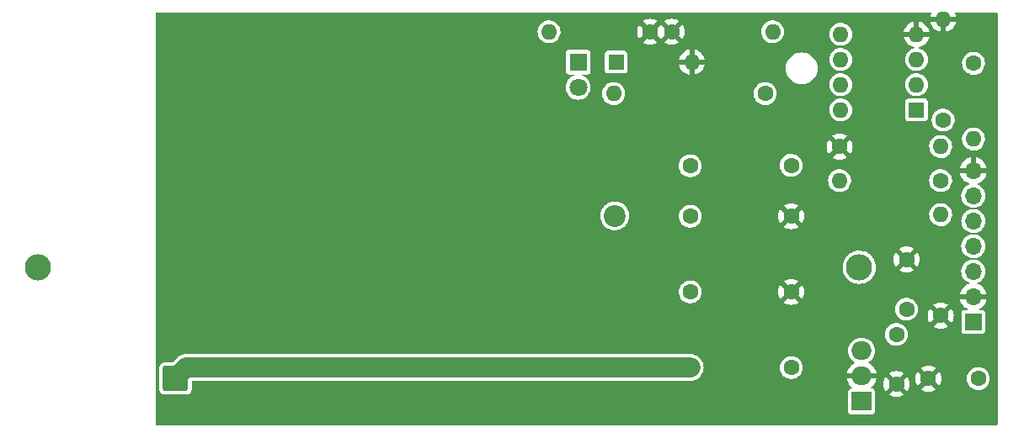
<source format=gbr>
%TF.GenerationSoftware,KiCad,Pcbnew,(6.0.5-0)*%
%TF.CreationDate,2022-06-25T01:23:25+01:00*%
%TF.ProjectId,revised_minh_design,72657669-7365-4645-9f6d-696e685f6465,rev?*%
%TF.SameCoordinates,Original*%
%TF.FileFunction,Copper,L2,Bot*%
%TF.FilePolarity,Positive*%
%FSLAX46Y46*%
G04 Gerber Fmt 4.6, Leading zero omitted, Abs format (unit mm)*
G04 Created by KiCad (PCBNEW (6.0.5-0)) date 2022-06-25 01:23:25*
%MOMM*%
%LPD*%
G01*
G04 APERTURE LIST*
G04 Aperture macros list*
%AMRoundRect*
0 Rectangle with rounded corners*
0 $1 Rounding radius*
0 $2 $3 $4 $5 $6 $7 $8 $9 X,Y pos of 4 corners*
0 Add a 4 corners polygon primitive as box body*
4,1,4,$2,$3,$4,$5,$6,$7,$8,$9,$2,$3,0*
0 Add four circle primitives for the rounded corners*
1,1,$1+$1,$2,$3*
1,1,$1+$1,$4,$5*
1,1,$1+$1,$6,$7*
1,1,$1+$1,$8,$9*
0 Add four rect primitives between the rounded corners*
20,1,$1+$1,$2,$3,$4,$5,0*
20,1,$1+$1,$4,$5,$6,$7,0*
20,1,$1+$1,$6,$7,$8,$9,0*
20,1,$1+$1,$8,$9,$2,$3,0*%
G04 Aperture macros list end*
%TA.AperFunction,ComponentPad*%
%ADD10C,1.600000*%
%TD*%
%TA.AperFunction,ComponentPad*%
%ADD11O,1.600000X1.600000*%
%TD*%
%TA.AperFunction,ComponentPad*%
%ADD12R,1.600000X1.600000*%
%TD*%
%TA.AperFunction,ComponentPad*%
%ADD13R,1.800000X1.800000*%
%TD*%
%TA.AperFunction,ComponentPad*%
%ADD14C,1.800000*%
%TD*%
%TA.AperFunction,ComponentPad*%
%ADD15R,2.000000X1.905000*%
%TD*%
%TA.AperFunction,ComponentPad*%
%ADD16O,2.000000X1.905000*%
%TD*%
%TA.AperFunction,ComponentPad*%
%ADD17R,1.700000X1.700000*%
%TD*%
%TA.AperFunction,ComponentPad*%
%ADD18O,1.700000X1.700000*%
%TD*%
%TA.AperFunction,ComponentPad*%
%ADD19RoundRect,0.249999X1.025001X-1.025001X1.025001X1.025001X-1.025001X1.025001X-1.025001X-1.025001X0*%
%TD*%
%TA.AperFunction,ComponentPad*%
%ADD20C,2.640000*%
%TD*%
%TA.AperFunction,ComponentPad*%
%ADD21C,2.200000*%
%TD*%
%TA.AperFunction,Conductor*%
%ADD22C,2.000000*%
%TD*%
%TA.AperFunction,Conductor*%
%ADD23C,0.500000*%
%TD*%
G04 APERTURE END LIST*
D10*
%TO.P,R1,1*%
%TO.N,Net-(R1-Pad1)*%
X181229000Y-34544000D03*
D11*
%TO.P,R1,2*%
%TO.N,Earth*%
X181229000Y-24384000D03*
%TD*%
D12*
%TO.P,D1,1,K*%
%TO.N,VMON*%
X148336000Y-28702000D03*
D11*
%TO.P,D1,2,A*%
%TO.N,Earth*%
X155956000Y-28702000D03*
%TD*%
D10*
%TO.P,C1,1*%
%TO.N,+12V*%
X184745000Y-60579000D03*
%TO.P,C1,2*%
%TO.N,Earth*%
X179745000Y-60579000D03*
%TD*%
%TO.P,R7,1*%
%TO.N,IMON_3V3*%
X180975000Y-40640000D03*
D11*
%TO.P,R7,2*%
%TO.N,IMON*%
X170815000Y-40640000D03*
%TD*%
D10*
%TO.P,R5,1*%
%TO.N,VMON_3V3*%
X163322000Y-31877000D03*
D11*
%TO.P,R5,2*%
%TO.N,VMON*%
X148082000Y-31877000D03*
%TD*%
D10*
%TO.P,R4,1*%
%TO.N,Earth*%
X151765000Y-25654000D03*
D11*
%TO.P,R4,2*%
%TO.N,Net-(D2-Pad1)*%
X141605000Y-25654000D03*
%TD*%
D13*
%TO.P,D2,1,K*%
%TO.N,Net-(D2-Pad1)*%
X144526000Y-28697000D03*
D14*
%TO.P,D2,2,A*%
%TO.N,Net-(D2-Pad2)*%
X144526000Y-31237000D03*
%TD*%
D15*
%TO.P,U1,1,VI*%
%TO.N,+12V*%
X173030000Y-62865000D03*
D16*
%TO.P,U1,2,GND*%
%TO.N,Earth*%
X173030000Y-60325000D03*
%TO.P,U1,3,VO*%
%TO.N,+5V*%
X173030000Y-57785000D03*
%TD*%
D10*
%TO.P,C2,1*%
%TO.N,+5V*%
X176530000Y-56134000D03*
%TO.P,C2,2*%
%TO.N,Earth*%
X176530000Y-61134000D03*
%TD*%
%TO.P,C3,1*%
%TO.N,+5V*%
X177546000Y-53594000D03*
%TO.P,C3,2*%
%TO.N,Earth*%
X177546000Y-48594000D03*
%TD*%
%TO.P,R6,1*%
%TO.N,Earth*%
X153924000Y-25654000D03*
D11*
%TO.P,R6,2*%
%TO.N,VMON_3V3*%
X164084000Y-25654000D03*
%TD*%
D10*
%TO.P,R8,1*%
%TO.N,Earth*%
X180975000Y-54229000D03*
D11*
%TO.P,R8,2*%
%TO.N,IMON_3V3*%
X180975000Y-44069000D03*
%TD*%
D17*
%TO.P,J1,1,Pin_1*%
%TO.N,+12V*%
X184252000Y-54864000D03*
D18*
%TO.P,J1,2,Pin_2*%
%TO.N,Earth*%
X184252000Y-52324000D03*
%TO.P,J1,3,Pin_3*%
%TO.N,DAC_SIG*%
X184252000Y-49784000D03*
%TO.P,J1,4,Pin_4*%
%TO.N,VMON_3V3*%
X184252000Y-47244000D03*
%TO.P,J1,5,Pin_5*%
%TO.N,IMON_3V3*%
X184252000Y-44704000D03*
%TO.P,J1,6,Pin_6*%
%TO.N,VPGM*%
X184252000Y-42164000D03*
%TO.P,J1,7,Pin_7*%
%TO.N,Earth*%
X184252000Y-39624000D03*
%TD*%
D10*
%TO.P,R3,1*%
%TO.N,Earth*%
X170815000Y-37211000D03*
D11*
%TO.P,R3,2*%
%TO.N,VPGM*%
X180975000Y-37211000D03*
%TD*%
D10*
%TO.P,R2,1*%
%TO.N,Net-(R1-Pad1)*%
X184277000Y-28829000D03*
D11*
%TO.P,R2,2*%
%TO.N,VPGM*%
X184277000Y-36449000D03*
%TD*%
D12*
%TO.P,U2,1*%
%TO.N,VPGM*%
X178552000Y-33518000D03*
D11*
%TO.P,U2,2,-*%
%TO.N,Net-(R1-Pad1)*%
X178552000Y-30978000D03*
%TO.P,U2,3,+*%
%TO.N,DAC_SIG*%
X178552000Y-28438000D03*
%TO.P,U2,4,V-*%
%TO.N,Earth*%
X178552000Y-25898000D03*
%TO.P,U2,5,+*%
%TO.N,unconnected-(U2-Pad5)*%
X170932000Y-25898000D03*
%TO.P,U2,6,-*%
%TO.N,unconnected-(U2-Pad6)*%
X170932000Y-28438000D03*
%TO.P,U2,7*%
%TO.N,unconnected-(U2-Pad7)*%
X170932000Y-30978000D03*
%TO.P,U2,8,V+*%
%TO.N,+5V*%
X170932000Y-33518000D03*
%TD*%
D19*
%TO.P,J2,1,Pin_1*%
%TO.N,Net-(J2-Pad1)*%
X104053000Y-60579000D03*
%TD*%
D20*
%TO.P,U3,*%
%TO.N,*%
X172800000Y-49364000D03*
X90173800Y-49364000D03*
D10*
%TO.P,U3,1,VIN*%
%TO.N,+12V*%
X165948800Y-59464400D03*
%TO.P,U3,2,SGND*%
%TO.N,Earth*%
X165948800Y-51844400D03*
%TO.P,U3,3,CGND*%
X165948800Y-44224400D03*
%TO.P,U3,4,VPGM*%
%TO.N,VPGM*%
X165948800Y-39102400D03*
%TO.P,U3,5,VREF*%
%TO.N,Net-(D2-Pad2)*%
X155788800Y-39144400D03*
%TO.P,U3,6,IMON*%
%TO.N,IMON*%
X155788800Y-44224400D03*
%TO.P,U3,7,VMON*%
%TO.N,VMON*%
X155788800Y-51844400D03*
%TO.P,U3,8,HV_RTIN*%
%TO.N,Net-(J2-Pad1)*%
X155788800Y-59464400D03*
D21*
%TO.P,U3,9,HV_OUT*%
%TO.N,unconnected-(U3-Pad9)*%
X148212800Y-44182400D03*
%TD*%
D22*
%TO.N,Net-(J2-Pad1)*%
X104013000Y-60579000D02*
X105127600Y-59464400D01*
X105127600Y-59464400D02*
X155788800Y-59464400D01*
D23*
X104053000Y-60579000D02*
X104013000Y-60579000D01*
%TD*%
%TA.AperFunction,Conductor*%
%TO.N,Earth*%
G36*
X180044064Y-23732806D02*
G01*
X180062370Y-23777000D01*
X180056514Y-23803414D01*
X179996340Y-23932457D01*
X179994480Y-23937566D01*
X179946135Y-24117992D01*
X179947377Y-24127425D01*
X179950733Y-24130000D01*
X182502651Y-24130000D01*
X182511441Y-24126359D01*
X182513059Y-24122452D01*
X182463520Y-23937566D01*
X182461660Y-23932457D01*
X182401486Y-23803414D01*
X182399399Y-23755624D01*
X182431716Y-23720356D01*
X182458130Y-23714500D01*
X186637000Y-23714500D01*
X186681194Y-23732806D01*
X186699500Y-23777000D01*
X186699500Y-65201000D01*
X186681194Y-65245194D01*
X186637000Y-65263500D01*
X102125282Y-65263500D01*
X102081088Y-65245194D01*
X102062783Y-65201033D01*
X102061040Y-61643362D01*
X102427500Y-61643362D01*
X102427767Y-61645387D01*
X102427767Y-61645393D01*
X102439266Y-61732734D01*
X102442956Y-61760763D01*
X102444524Y-61764548D01*
X102444524Y-61764549D01*
X102501894Y-61903053D01*
X102501896Y-61903056D01*
X102503464Y-61906842D01*
X102599718Y-62032282D01*
X102602963Y-62034772D01*
X102602964Y-62034773D01*
X102662439Y-62080409D01*
X102725159Y-62128536D01*
X102728942Y-62130103D01*
X102867451Y-62187476D01*
X102867453Y-62187476D01*
X102871237Y-62189044D01*
X102875299Y-62189579D01*
X102875300Y-62189579D01*
X102986607Y-62204233D01*
X102986613Y-62204233D01*
X102988638Y-62204500D01*
X105117362Y-62204500D01*
X105119387Y-62204233D01*
X105119393Y-62204233D01*
X105230700Y-62189579D01*
X105230701Y-62189579D01*
X105234763Y-62189044D01*
X105238548Y-62187476D01*
X105238549Y-62187476D01*
X105377053Y-62130106D01*
X105377056Y-62130104D01*
X105380842Y-62128536D01*
X105506282Y-62032282D01*
X105508775Y-62029034D01*
X105600045Y-61910087D01*
X105602536Y-61906841D01*
X105641962Y-61811660D01*
X105661476Y-61764549D01*
X105661476Y-61764547D01*
X105663044Y-61760763D01*
X105666734Y-61732734D01*
X105678233Y-61645393D01*
X105678233Y-61645387D01*
X105678500Y-61643362D01*
X105678500Y-60877400D01*
X105696806Y-60833206D01*
X105741000Y-60814900D01*
X155847766Y-60814900D01*
X155849111Y-60814782D01*
X155849118Y-60814782D01*
X156021490Y-60799701D01*
X156021492Y-60799701D01*
X156024208Y-60799463D01*
X156026841Y-60798758D01*
X156026844Y-60798757D01*
X156249826Y-60739010D01*
X156249830Y-60739008D01*
X156252463Y-60738303D01*
X156361268Y-60687566D01*
X156464155Y-60639589D01*
X156464158Y-60639587D01*
X156466629Y-60638435D01*
X156660201Y-60502895D01*
X156827295Y-60335801D01*
X156962835Y-60142230D01*
X157041753Y-59972991D01*
X157061550Y-59930536D01*
X157061551Y-59930534D01*
X157062703Y-59928063D01*
X157064792Y-59920270D01*
X157123157Y-59702444D01*
X157123158Y-59702441D01*
X157123863Y-59699808D01*
X157127142Y-59662337D01*
X157144221Y-59467120D01*
X157144459Y-59464400D01*
X157141813Y-59434154D01*
X164793767Y-59434154D01*
X164807596Y-59645149D01*
X164808302Y-59647929D01*
X164857264Y-59840713D01*
X164859645Y-59850090D01*
X164948169Y-60042114D01*
X164949820Y-60044449D01*
X164949821Y-60044452D01*
X165055518Y-60194010D01*
X165070205Y-60214791D01*
X165221665Y-60362337D01*
X165397477Y-60479811D01*
X165591753Y-60563278D01*
X165674258Y-60581947D01*
X165795196Y-60609313D01*
X165795199Y-60609313D01*
X165797986Y-60609944D01*
X165891711Y-60613627D01*
X166006410Y-60618134D01*
X166006414Y-60618134D01*
X166009270Y-60618246D01*
X166217330Y-60588078D01*
X171545178Y-60588078D01*
X171556504Y-60662091D01*
X171557690Y-60667070D01*
X171630706Y-60890462D01*
X171632692Y-60895187D01*
X171741213Y-61103654D01*
X171743943Y-61107988D01*
X171885058Y-61295936D01*
X171888455Y-61299762D01*
X172050185Y-61454315D01*
X172069489Y-61498082D01*
X172052190Y-61542680D01*
X172007005Y-61562000D01*
X171996782Y-61562000D01*
X171994535Y-61562331D01*
X171994532Y-61562331D01*
X171970338Y-61565893D01*
X171927888Y-61572142D01*
X171823145Y-61623568D01*
X171819499Y-61627220D01*
X171819498Y-61627221D01*
X171744355Y-61702495D01*
X171744353Y-61702497D01*
X171740707Y-61706150D01*
X171738439Y-61710790D01*
X171691886Y-61806028D01*
X171689464Y-61810982D01*
X171679500Y-61879282D01*
X171679500Y-63850718D01*
X171689642Y-63919612D01*
X171741068Y-64024355D01*
X171744720Y-64028001D01*
X171744721Y-64028002D01*
X171819995Y-64103145D01*
X171819997Y-64103147D01*
X171823650Y-64106793D01*
X171828290Y-64109061D01*
X171923738Y-64155717D01*
X171928482Y-64158036D01*
X171933285Y-64158737D01*
X171933286Y-64158737D01*
X171953248Y-64161649D01*
X171996782Y-64168000D01*
X174063218Y-64168000D01*
X174065465Y-64167669D01*
X174065468Y-64167669D01*
X174089662Y-64164107D01*
X174132112Y-64157858D01*
X174236855Y-64106432D01*
X174240502Y-64102779D01*
X174315645Y-64027505D01*
X174315647Y-64027503D01*
X174319293Y-64023850D01*
X174334458Y-63992825D01*
X174368405Y-63923378D01*
X174368405Y-63923377D01*
X174370536Y-63919018D01*
X174380500Y-63850718D01*
X174380500Y-62221099D01*
X175807260Y-62221099D01*
X175809364Y-62226178D01*
X175871270Y-62269525D01*
X175875973Y-62272240D01*
X176078456Y-62366660D01*
X176083566Y-62368520D01*
X176299365Y-62426343D01*
X176304719Y-62427287D01*
X176527280Y-62446758D01*
X176532720Y-62446758D01*
X176755281Y-62427287D01*
X176760635Y-62426343D01*
X176976434Y-62368520D01*
X176981544Y-62366660D01*
X177184027Y-62272240D01*
X177188730Y-62269525D01*
X177247706Y-62228229D01*
X177252818Y-62220205D01*
X177251629Y-62214839D01*
X176538790Y-61502000D01*
X176530000Y-61498359D01*
X176521210Y-61502000D01*
X175810901Y-62212309D01*
X175807260Y-62221099D01*
X174380500Y-62221099D01*
X174380500Y-61879282D01*
X174370358Y-61810388D01*
X174318932Y-61705645D01*
X174291749Y-61678509D01*
X174240005Y-61626855D01*
X174240003Y-61626853D01*
X174236350Y-61623207D01*
X174205325Y-61608042D01*
X174135878Y-61574095D01*
X174135877Y-61574095D01*
X174131518Y-61571964D01*
X174126715Y-61571263D01*
X174126714Y-61571263D01*
X174106752Y-61568351D01*
X174063218Y-61562000D01*
X174049815Y-61562000D01*
X174005621Y-61543694D01*
X173987315Y-61499500D01*
X174007752Y-61453273D01*
X174147403Y-61326201D01*
X174150894Y-61322458D01*
X174296562Y-61138008D01*
X174297418Y-61136720D01*
X175217242Y-61136720D01*
X175236713Y-61359281D01*
X175237657Y-61364635D01*
X175295480Y-61580434D01*
X175297340Y-61585544D01*
X175391760Y-61788027D01*
X175394475Y-61792730D01*
X175435771Y-61851706D01*
X175443795Y-61856818D01*
X175449161Y-61855629D01*
X176162000Y-61142790D01*
X176165641Y-61134000D01*
X176894359Y-61134000D01*
X176898000Y-61142790D01*
X177608309Y-61853099D01*
X177617099Y-61856740D01*
X177622178Y-61854636D01*
X177665525Y-61792730D01*
X177668240Y-61788027D01*
X177725096Y-61666099D01*
X179022260Y-61666099D01*
X179024364Y-61671178D01*
X179086270Y-61714525D01*
X179090973Y-61717240D01*
X179293456Y-61811660D01*
X179298566Y-61813520D01*
X179514365Y-61871343D01*
X179519719Y-61872287D01*
X179742280Y-61891758D01*
X179747720Y-61891758D01*
X179970281Y-61872287D01*
X179975635Y-61871343D01*
X180191434Y-61813520D01*
X180196544Y-61811660D01*
X180399027Y-61717240D01*
X180403730Y-61714525D01*
X180462706Y-61673229D01*
X180467818Y-61665205D01*
X180466629Y-61659839D01*
X179753790Y-60947000D01*
X179745000Y-60943359D01*
X179736210Y-60947000D01*
X179025901Y-61657309D01*
X179022260Y-61666099D01*
X177725096Y-61666099D01*
X177762660Y-61585544D01*
X177764520Y-61580434D01*
X177822343Y-61364635D01*
X177823287Y-61359281D01*
X177842758Y-61136720D01*
X177842758Y-61131280D01*
X177823287Y-60908719D01*
X177822343Y-60903365D01*
X177764520Y-60687566D01*
X177762660Y-60682456D01*
X177715686Y-60581720D01*
X178432242Y-60581720D01*
X178451713Y-60804281D01*
X178452657Y-60809635D01*
X178510480Y-61025434D01*
X178512340Y-61030544D01*
X178606760Y-61233027D01*
X178609475Y-61237730D01*
X178650771Y-61296706D01*
X178658795Y-61301818D01*
X178664161Y-61300629D01*
X179377000Y-60587790D01*
X179380641Y-60579000D01*
X180109359Y-60579000D01*
X180113000Y-60587790D01*
X180823309Y-61298099D01*
X180832099Y-61301740D01*
X180837178Y-61299636D01*
X180880525Y-61237730D01*
X180883240Y-61233027D01*
X180977660Y-61030544D01*
X180979520Y-61025434D01*
X181037343Y-60809635D01*
X181038287Y-60804281D01*
X181057758Y-60581720D01*
X181057758Y-60576280D01*
X181055350Y-60548754D01*
X183589967Y-60548754D01*
X183596032Y-60641284D01*
X183602437Y-60739010D01*
X183603796Y-60759749D01*
X183604502Y-60762529D01*
X183650428Y-60943359D01*
X183655845Y-60964690D01*
X183744369Y-61156714D01*
X183866405Y-61329391D01*
X184017865Y-61476937D01*
X184193677Y-61594411D01*
X184387953Y-61677878D01*
X184491069Y-61701211D01*
X184591396Y-61723913D01*
X184591399Y-61723913D01*
X184594186Y-61724544D01*
X184687911Y-61728227D01*
X184802610Y-61732734D01*
X184802614Y-61732734D01*
X184805470Y-61732846D01*
X185014730Y-61702504D01*
X185214955Y-61634537D01*
X185399442Y-61531219D01*
X185434575Y-61502000D01*
X185559814Y-61397840D01*
X185562012Y-61396012D01*
X185642062Y-61299762D01*
X185695388Y-61235644D01*
X185695390Y-61235641D01*
X185697219Y-61233442D01*
X185800537Y-61048955D01*
X185868504Y-60848730D01*
X185898846Y-60639470D01*
X185900429Y-60579000D01*
X185899622Y-60570210D01*
X185885118Y-60412371D01*
X185881081Y-60368440D01*
X185879809Y-60363928D01*
X185824466Y-60167696D01*
X185824465Y-60167694D01*
X185823686Y-60164931D01*
X185730165Y-59975290D01*
X185603651Y-59805867D01*
X185448381Y-59662337D01*
X185269554Y-59549505D01*
X185073160Y-59471152D01*
X185070354Y-59470594D01*
X185070351Y-59470593D01*
X184868581Y-59430459D01*
X184868579Y-59430459D01*
X184865775Y-59429901D01*
X184766145Y-59428597D01*
X184657208Y-59427170D01*
X184657203Y-59427170D01*
X184654346Y-59427133D01*
X184651525Y-59427618D01*
X184651521Y-59427618D01*
X184529580Y-59448571D01*
X184445953Y-59462941D01*
X184443265Y-59463933D01*
X184443260Y-59463934D01*
X184250263Y-59535135D01*
X184250260Y-59535136D01*
X184247575Y-59536127D01*
X184245115Y-59537590D01*
X184245114Y-59537591D01*
X184222520Y-59551033D01*
X184065856Y-59644238D01*
X183906881Y-59783655D01*
X183775976Y-59949708D01*
X183727512Y-60041822D01*
X183679770Y-60132566D01*
X183677523Y-60136836D01*
X183676676Y-60139563D01*
X183676675Y-60139566D01*
X183632631Y-60281412D01*
X183614820Y-60338773D01*
X183589967Y-60548754D01*
X181055350Y-60548754D01*
X181038287Y-60353719D01*
X181037343Y-60348365D01*
X180979520Y-60132566D01*
X180977660Y-60127456D01*
X180883240Y-59924973D01*
X180880525Y-59920270D01*
X180839229Y-59861294D01*
X180831205Y-59856182D01*
X180825839Y-59857371D01*
X180113000Y-60570210D01*
X180109359Y-60579000D01*
X179380641Y-60579000D01*
X179377000Y-60570210D01*
X178666691Y-59859901D01*
X178657901Y-59856260D01*
X178652822Y-59858364D01*
X178609475Y-59920270D01*
X178606760Y-59924973D01*
X178512340Y-60127456D01*
X178510480Y-60132566D01*
X178452657Y-60348365D01*
X178451713Y-60353719D01*
X178432242Y-60576280D01*
X178432242Y-60581720D01*
X177715686Y-60581720D01*
X177668240Y-60479973D01*
X177665525Y-60475270D01*
X177624229Y-60416294D01*
X177616205Y-60411182D01*
X177610839Y-60412371D01*
X176898000Y-61125210D01*
X176894359Y-61134000D01*
X176165641Y-61134000D01*
X176162000Y-61125210D01*
X175451691Y-60414901D01*
X175442901Y-60411260D01*
X175437822Y-60413364D01*
X175394475Y-60475270D01*
X175391760Y-60479973D01*
X175297340Y-60682456D01*
X175295480Y-60687566D01*
X175237657Y-60903365D01*
X175236713Y-60908719D01*
X175217242Y-61131280D01*
X175217242Y-61136720D01*
X174297418Y-61136720D01*
X174299390Y-61133751D01*
X174412976Y-60927992D01*
X174415073Y-60923327D01*
X174493528Y-60701776D01*
X174494836Y-60696828D01*
X174513644Y-60591239D01*
X174511601Y-60581947D01*
X174506993Y-60579000D01*
X171556220Y-60579000D01*
X171547430Y-60582641D01*
X171545178Y-60588078D01*
X166217330Y-60588078D01*
X166218530Y-60587904D01*
X166418755Y-60519937D01*
X166603242Y-60416619D01*
X166609780Y-60411182D01*
X166763614Y-60283240D01*
X166765812Y-60281412D01*
X166821220Y-60214791D01*
X166899188Y-60121044D01*
X166899190Y-60121041D01*
X166901019Y-60118842D01*
X166934666Y-60058761D01*
X171546356Y-60058761D01*
X171548399Y-60068053D01*
X171553007Y-60071000D01*
X174503780Y-60071000D01*
X174512570Y-60067359D01*
X174514822Y-60061922D01*
X174512660Y-60047795D01*
X175807182Y-60047795D01*
X175808371Y-60053161D01*
X176521210Y-60766000D01*
X176530000Y-60769641D01*
X176538790Y-60766000D01*
X177249099Y-60055691D01*
X177252740Y-60046901D01*
X177250636Y-60041822D01*
X177188730Y-59998475D01*
X177184027Y-59995760D01*
X176981544Y-59901340D01*
X176976434Y-59899480D01*
X176760635Y-59841657D01*
X176755281Y-59840713D01*
X176532720Y-59821242D01*
X176527280Y-59821242D01*
X176304719Y-59840713D01*
X176299365Y-59841657D01*
X176083566Y-59899480D01*
X176078456Y-59901340D01*
X175875973Y-59995760D01*
X175871270Y-59998475D01*
X175812294Y-60039771D01*
X175807182Y-60047795D01*
X174512660Y-60047795D01*
X174503496Y-59987909D01*
X174502310Y-59982930D01*
X174429294Y-59759538D01*
X174427308Y-59754813D01*
X174318787Y-59546346D01*
X174316057Y-59542012D01*
X174279104Y-59492795D01*
X179022182Y-59492795D01*
X179023371Y-59498161D01*
X179736210Y-60211000D01*
X179745000Y-60214641D01*
X179753790Y-60211000D01*
X180464099Y-59500691D01*
X180467740Y-59491901D01*
X180465636Y-59486822D01*
X180403730Y-59443475D01*
X180399027Y-59440760D01*
X180196544Y-59346340D01*
X180191434Y-59344480D01*
X179975635Y-59286657D01*
X179970281Y-59285713D01*
X179747720Y-59266242D01*
X179742280Y-59266242D01*
X179519719Y-59285713D01*
X179514365Y-59286657D01*
X179298566Y-59344480D01*
X179293456Y-59346340D01*
X179090973Y-59440760D01*
X179086270Y-59443475D01*
X179027294Y-59484771D01*
X179022182Y-59492795D01*
X174279104Y-59492795D01*
X174174942Y-59354064D01*
X174171551Y-59350244D01*
X174001622Y-59187857D01*
X173997655Y-59184645D01*
X173803500Y-59052201D01*
X173799041Y-59049668D01*
X173743505Y-59023889D01*
X173711127Y-58988678D01*
X173713130Y-58940884D01*
X173733972Y-58916002D01*
X173916013Y-58788536D01*
X173918251Y-58786969D01*
X174079469Y-58625751D01*
X174208676Y-58441225D01*
X174208677Y-58441223D01*
X174210241Y-58438989D01*
X174212146Y-58434905D01*
X174305443Y-58234827D01*
X174305444Y-58234825D01*
X174306596Y-58232354D01*
X174318002Y-58189790D01*
X174364900Y-58014764D01*
X174364901Y-58014760D01*
X174365606Y-58012128D01*
X174385477Y-57785000D01*
X174365606Y-57557872D01*
X174306596Y-57337646D01*
X174279503Y-57279544D01*
X174211395Y-57133486D01*
X174211393Y-57133483D01*
X174210241Y-57131012D01*
X174079469Y-56944249D01*
X173918251Y-56783031D01*
X173731488Y-56652259D01*
X173729017Y-56651107D01*
X173729014Y-56651105D01*
X173527327Y-56557057D01*
X173527325Y-56557056D01*
X173524854Y-56555904D01*
X173522221Y-56555199D01*
X173522217Y-56555197D01*
X173307264Y-56497600D01*
X173307260Y-56497599D01*
X173304628Y-56496894D01*
X173301912Y-56496656D01*
X173301910Y-56496656D01*
X173135740Y-56482118D01*
X173135734Y-56482118D01*
X173134388Y-56482000D01*
X172925612Y-56482000D01*
X172924266Y-56482118D01*
X172924260Y-56482118D01*
X172758090Y-56496656D01*
X172758088Y-56496656D01*
X172755372Y-56496894D01*
X172752740Y-56497599D01*
X172752736Y-56497600D01*
X172537783Y-56555197D01*
X172537779Y-56555199D01*
X172535146Y-56555904D01*
X172532675Y-56557056D01*
X172532673Y-56557057D01*
X172330986Y-56651105D01*
X172330983Y-56651107D01*
X172328512Y-56652259D01*
X172141749Y-56783031D01*
X171980531Y-56944249D01*
X171918017Y-57033528D01*
X171851325Y-57128774D01*
X171851323Y-57128777D01*
X171849759Y-57131011D01*
X171848607Y-57133482D01*
X171848605Y-57133485D01*
X171776678Y-57287734D01*
X171753404Y-57337646D01*
X171694394Y-57557872D01*
X171674523Y-57785000D01*
X171694394Y-58012128D01*
X171695099Y-58014760D01*
X171695100Y-58014764D01*
X171741999Y-58189790D01*
X171753404Y-58232354D01*
X171754556Y-58234825D01*
X171754557Y-58234827D01*
X171848568Y-58436433D01*
X171849759Y-58438988D01*
X171980531Y-58625751D01*
X172141749Y-58786969D01*
X172143987Y-58788536D01*
X172324270Y-58914771D01*
X172349972Y-58955115D01*
X172339619Y-59001816D01*
X172313343Y-59023285D01*
X172292319Y-59032426D01*
X172287823Y-59034837D01*
X172090485Y-59162501D01*
X172086429Y-59165625D01*
X171912597Y-59323799D01*
X171909106Y-59327542D01*
X171763438Y-59511992D01*
X171760610Y-59516249D01*
X171647024Y-59722008D01*
X171644927Y-59726673D01*
X171566472Y-59948224D01*
X171565164Y-59953172D01*
X171546356Y-60058761D01*
X166934666Y-60058761D01*
X167004337Y-59934355D01*
X167072304Y-59734130D01*
X167100512Y-59539589D01*
X167102383Y-59526684D01*
X167102646Y-59524870D01*
X167104229Y-59464400D01*
X167104051Y-59462455D01*
X167087810Y-59285713D01*
X167084881Y-59253840D01*
X167083210Y-59247913D01*
X167028266Y-59053096D01*
X167028265Y-59053094D01*
X167027486Y-59050331D01*
X166933965Y-58860690D01*
X166807451Y-58691267D01*
X166652181Y-58547737D01*
X166473354Y-58434905D01*
X166276960Y-58356552D01*
X166274154Y-58355994D01*
X166274151Y-58355993D01*
X166072381Y-58315859D01*
X166072379Y-58315859D01*
X166069575Y-58315301D01*
X165969945Y-58313997D01*
X165861008Y-58312570D01*
X165861003Y-58312570D01*
X165858146Y-58312533D01*
X165855325Y-58313018D01*
X165855321Y-58313018D01*
X165733380Y-58333971D01*
X165649753Y-58348341D01*
X165647065Y-58349333D01*
X165647060Y-58349334D01*
X165454063Y-58420535D01*
X165454060Y-58420536D01*
X165451375Y-58421527D01*
X165448915Y-58422990D01*
X165448914Y-58422991D01*
X165418264Y-58441226D01*
X165269656Y-58529638D01*
X165110681Y-58669055D01*
X165108905Y-58671308D01*
X165017726Y-58786969D01*
X164979776Y-58835108D01*
X164937863Y-58914771D01*
X164892067Y-59001816D01*
X164881323Y-59022236D01*
X164880476Y-59024963D01*
X164880475Y-59024966D01*
X164865527Y-59073106D01*
X164818620Y-59224173D01*
X164806828Y-59323799D01*
X164797656Y-59401300D01*
X164793767Y-59434154D01*
X157141813Y-59434154D01*
X157134806Y-59354064D01*
X157124101Y-59231710D01*
X157124101Y-59231708D01*
X157123863Y-59228992D01*
X157112841Y-59187857D01*
X157063410Y-59003374D01*
X157063408Y-59003370D01*
X157062703Y-59000737D01*
X156997398Y-58860690D01*
X156963989Y-58789045D01*
X156963987Y-58789042D01*
X156962835Y-58786571D01*
X156827295Y-58592999D01*
X156660201Y-58425905D01*
X156466629Y-58290365D01*
X156464158Y-58289213D01*
X156464155Y-58289211D01*
X156336570Y-58229717D01*
X156252463Y-58190497D01*
X156249830Y-58189792D01*
X156249826Y-58189790D01*
X156026844Y-58130043D01*
X156026841Y-58130042D01*
X156024208Y-58129337D01*
X156021492Y-58129099D01*
X156021490Y-58129099D01*
X155849118Y-58114018D01*
X155849111Y-58114018D01*
X155847766Y-58113900D01*
X105009446Y-58113900D01*
X104953834Y-58123706D01*
X104948452Y-58124415D01*
X104910914Y-58127699D01*
X104894910Y-58129099D01*
X104894908Y-58129099D01*
X104892192Y-58129337D01*
X104889560Y-58130042D01*
X104889556Y-58130043D01*
X104837660Y-58143949D01*
X104832337Y-58145130D01*
X104776729Y-58154935D01*
X104723679Y-58174244D01*
X104718488Y-58175881D01*
X104663937Y-58190497D01*
X104612764Y-58214359D01*
X104607735Y-58216441D01*
X104557247Y-58234818D01*
X104557236Y-58234823D01*
X104554673Y-58235756D01*
X104505769Y-58263991D01*
X104500945Y-58266502D01*
X104452249Y-58289209D01*
X104452246Y-58289211D01*
X104449771Y-58290365D01*
X104417419Y-58313018D01*
X104403521Y-58322749D01*
X104398924Y-58325678D01*
X104352391Y-58352544D01*
X104352387Y-58352547D01*
X104350026Y-58353910D01*
X104347937Y-58355663D01*
X104347934Y-58355665D01*
X104306778Y-58390198D01*
X104302454Y-58393516D01*
X104263868Y-58420535D01*
X104256199Y-58425905D01*
X103746910Y-58935194D01*
X103702716Y-58953500D01*
X102988638Y-58953500D01*
X102986613Y-58953767D01*
X102986607Y-58953767D01*
X102875300Y-58968421D01*
X102875299Y-58968421D01*
X102871237Y-58968956D01*
X102867452Y-58970524D01*
X102867451Y-58970524D01*
X102728947Y-59027894D01*
X102728944Y-59027896D01*
X102725158Y-59029464D01*
X102599718Y-59125718D01*
X102503464Y-59251159D01*
X102442956Y-59397237D01*
X102442421Y-59401299D01*
X102442421Y-59401300D01*
X102430376Y-59492795D01*
X102427500Y-59514638D01*
X102427500Y-61643362D01*
X102061040Y-61643362D01*
X102058327Y-56103754D01*
X175374967Y-56103754D01*
X175388796Y-56314749D01*
X175389502Y-56317529D01*
X175411395Y-56403730D01*
X175440845Y-56519690D01*
X175529369Y-56711714D01*
X175651405Y-56884391D01*
X175802865Y-57031937D01*
X175978677Y-57149411D01*
X176172953Y-57232878D01*
X176276070Y-57256211D01*
X176376396Y-57278913D01*
X176376399Y-57278913D01*
X176379186Y-57279544D01*
X176472911Y-57283227D01*
X176587610Y-57287734D01*
X176587614Y-57287734D01*
X176590470Y-57287846D01*
X176799730Y-57257504D01*
X176999955Y-57189537D01*
X177184442Y-57086219D01*
X177347012Y-56951012D01*
X177482219Y-56788442D01*
X177585537Y-56603955D01*
X177653504Y-56403730D01*
X177683846Y-56194470D01*
X177685429Y-56134000D01*
X177666081Y-55923440D01*
X177634457Y-55811307D01*
X177609466Y-55722696D01*
X177609465Y-55722694D01*
X177608686Y-55719931D01*
X177515165Y-55530290D01*
X177388651Y-55360867D01*
X177340221Y-55316099D01*
X180252260Y-55316099D01*
X180254364Y-55321178D01*
X180316270Y-55364525D01*
X180320973Y-55367240D01*
X180523456Y-55461660D01*
X180528566Y-55463520D01*
X180744365Y-55521343D01*
X180749719Y-55522287D01*
X180972280Y-55541758D01*
X180977720Y-55541758D01*
X181200281Y-55522287D01*
X181205635Y-55521343D01*
X181421434Y-55463520D01*
X181426544Y-55461660D01*
X181629027Y-55367240D01*
X181633730Y-55364525D01*
X181692706Y-55323229D01*
X181697818Y-55315205D01*
X181696629Y-55309839D01*
X180983790Y-54597000D01*
X180975000Y-54593359D01*
X180966210Y-54597000D01*
X180255901Y-55307309D01*
X180252260Y-55316099D01*
X177340221Y-55316099D01*
X177233381Y-55217337D01*
X177054554Y-55104505D01*
X176858160Y-55026152D01*
X176855354Y-55025594D01*
X176855351Y-55025593D01*
X176653581Y-54985459D01*
X176653579Y-54985459D01*
X176650775Y-54984901D01*
X176551145Y-54983597D01*
X176442208Y-54982170D01*
X176442203Y-54982170D01*
X176439346Y-54982133D01*
X176436525Y-54982618D01*
X176436521Y-54982618D01*
X176314580Y-55003571D01*
X176230953Y-55017941D01*
X176228265Y-55018933D01*
X176228260Y-55018934D01*
X176035263Y-55090135D01*
X176035260Y-55090136D01*
X176032575Y-55091127D01*
X176030115Y-55092590D01*
X176030114Y-55092591D01*
X176007520Y-55106033D01*
X175850856Y-55199238D01*
X175848699Y-55201130D01*
X175718621Y-55315205D01*
X175691881Y-55338655D01*
X175560976Y-55504708D01*
X175462523Y-55691836D01*
X175461676Y-55694563D01*
X175461675Y-55694566D01*
X175401318Y-55888947D01*
X175399820Y-55893773D01*
X175374967Y-56103754D01*
X102058327Y-56103754D01*
X102057083Y-53563754D01*
X176390967Y-53563754D01*
X176393069Y-53595827D01*
X176401368Y-53722439D01*
X176404796Y-53774749D01*
X176405502Y-53777529D01*
X176440846Y-53916693D01*
X176456845Y-53979690D01*
X176545369Y-54171714D01*
X176547020Y-54174049D01*
X176547021Y-54174052D01*
X176583932Y-54226280D01*
X176667405Y-54344391D01*
X176818865Y-54491937D01*
X176994677Y-54609411D01*
X177188953Y-54692878D01*
X177292069Y-54716211D01*
X177392396Y-54738913D01*
X177392399Y-54738913D01*
X177395186Y-54739544D01*
X177488911Y-54743227D01*
X177603610Y-54747734D01*
X177603614Y-54747734D01*
X177606470Y-54747846D01*
X177815730Y-54717504D01*
X178015955Y-54649537D01*
X178200442Y-54546219D01*
X178363012Y-54411012D01*
X178498219Y-54248442D01*
X178507584Y-54231720D01*
X179662242Y-54231720D01*
X179681713Y-54454281D01*
X179682657Y-54459635D01*
X179740480Y-54675434D01*
X179742340Y-54680544D01*
X179836760Y-54883027D01*
X179839475Y-54887730D01*
X179880771Y-54946706D01*
X179888795Y-54951818D01*
X179894161Y-54950629D01*
X180607000Y-54237790D01*
X180610641Y-54229000D01*
X181339359Y-54229000D01*
X181343000Y-54237790D01*
X182053309Y-54948099D01*
X182062099Y-54951740D01*
X182067178Y-54949636D01*
X182110525Y-54887730D01*
X182113240Y-54883027D01*
X182207660Y-54680544D01*
X182209520Y-54675434D01*
X182267343Y-54459635D01*
X182268287Y-54454281D01*
X182287758Y-54231720D01*
X182287758Y-54226280D01*
X182268287Y-54003719D01*
X182267343Y-53998365D01*
X182209520Y-53782566D01*
X182207660Y-53777456D01*
X182113240Y-53574973D01*
X182110525Y-53570270D01*
X182069229Y-53511294D01*
X182061205Y-53506182D01*
X182055839Y-53507371D01*
X181343000Y-54220210D01*
X181339359Y-54229000D01*
X180610641Y-54229000D01*
X180607000Y-54220210D01*
X179896691Y-53509901D01*
X179887901Y-53506260D01*
X179882822Y-53508364D01*
X179839475Y-53570270D01*
X179836760Y-53574973D01*
X179742340Y-53777456D01*
X179740480Y-53782566D01*
X179682657Y-53998365D01*
X179681713Y-54003719D01*
X179662242Y-54226280D01*
X179662242Y-54231720D01*
X178507584Y-54231720D01*
X178601537Y-54063955D01*
X178669504Y-53863730D01*
X178699846Y-53654470D01*
X178701429Y-53594000D01*
X178699249Y-53570270D01*
X178691979Y-53491158D01*
X178682081Y-53383440D01*
X178624686Y-53179931D01*
X178606372Y-53142795D01*
X180252182Y-53142795D01*
X180253371Y-53148161D01*
X180966210Y-53861000D01*
X180975000Y-53864641D01*
X180983790Y-53861000D01*
X181694099Y-53150691D01*
X181697740Y-53141901D01*
X181695636Y-53136822D01*
X181633730Y-53093475D01*
X181629027Y-53090760D01*
X181426544Y-52996340D01*
X181421434Y-52994480D01*
X181205635Y-52936657D01*
X181200281Y-52935713D01*
X180977720Y-52916242D01*
X180972280Y-52916242D01*
X180749719Y-52935713D01*
X180744365Y-52936657D01*
X180528566Y-52994480D01*
X180523456Y-52996340D01*
X180320973Y-53090760D01*
X180316270Y-53093475D01*
X180257294Y-53134771D01*
X180252182Y-53142795D01*
X178606372Y-53142795D01*
X178531165Y-52990290D01*
X178462650Y-52898537D01*
X178406368Y-52823166D01*
X178406366Y-52823164D01*
X178404651Y-52820867D01*
X178249381Y-52677337D01*
X178104702Y-52586051D01*
X182918924Y-52586051D01*
X182951139Y-52728994D01*
X182952664Y-52733861D01*
X183034747Y-52936008D01*
X183037057Y-52940582D01*
X183151051Y-53126602D01*
X183154072Y-53130731D01*
X183296917Y-53295635D01*
X183300580Y-53299222D01*
X183468437Y-53438580D01*
X183472631Y-53441517D01*
X183653209Y-53547038D01*
X183682130Y-53585140D01*
X183675638Y-53632533D01*
X183637536Y-53661454D01*
X183621676Y-53663500D01*
X183368782Y-53663500D01*
X183366535Y-53663831D01*
X183366532Y-53663831D01*
X183342338Y-53667393D01*
X183299888Y-53673642D01*
X183195145Y-53725068D01*
X183191499Y-53728720D01*
X183191498Y-53728721D01*
X183116355Y-53803995D01*
X183116353Y-53803997D01*
X183112707Y-53807650D01*
X183110439Y-53812290D01*
X183063886Y-53907528D01*
X183061464Y-53912482D01*
X183051500Y-53980782D01*
X183051500Y-55747218D01*
X183061642Y-55816112D01*
X183113068Y-55920855D01*
X183116720Y-55924501D01*
X183116721Y-55924502D01*
X183191995Y-55999645D01*
X183191997Y-55999647D01*
X183195650Y-56003293D01*
X183200290Y-56005561D01*
X183295738Y-56052217D01*
X183300482Y-56054536D01*
X183305285Y-56055237D01*
X183305286Y-56055237D01*
X183325248Y-56058149D01*
X183368782Y-56064500D01*
X185135218Y-56064500D01*
X185137465Y-56064169D01*
X185137468Y-56064169D01*
X185161662Y-56060607D01*
X185204112Y-56054358D01*
X185308855Y-56002932D01*
X185312502Y-55999279D01*
X185387645Y-55924005D01*
X185387647Y-55924003D01*
X185391293Y-55920350D01*
X185406458Y-55889325D01*
X185440405Y-55819878D01*
X185440405Y-55819877D01*
X185442536Y-55815518D01*
X185452500Y-55747218D01*
X185452500Y-53980782D01*
X185442358Y-53911888D01*
X185390932Y-53807145D01*
X185387279Y-53803498D01*
X185312005Y-53728355D01*
X185312003Y-53728353D01*
X185308350Y-53724707D01*
X185277325Y-53709542D01*
X185207878Y-53675595D01*
X185207877Y-53675595D01*
X185203518Y-53673464D01*
X185198715Y-53672763D01*
X185198714Y-53672763D01*
X185178752Y-53669851D01*
X185135218Y-53663500D01*
X184874338Y-53663500D01*
X184830144Y-53645194D01*
X184811838Y-53601000D01*
X184830144Y-53556806D01*
X184846842Y-53544873D01*
X184947436Y-53495592D01*
X184951824Y-53492976D01*
X185129449Y-53366278D01*
X185133352Y-53362980D01*
X185287897Y-53208973D01*
X185291210Y-53205080D01*
X185418522Y-53027906D01*
X185421161Y-53023515D01*
X185517825Y-52827930D01*
X185519710Y-52823170D01*
X185583136Y-52614413D01*
X185584215Y-52609420D01*
X185586728Y-52590326D01*
X185584266Y-52581135D01*
X185578835Y-52578000D01*
X182929541Y-52578000D01*
X182920751Y-52581641D01*
X182918924Y-52586051D01*
X178104702Y-52586051D01*
X178070554Y-52564505D01*
X177874160Y-52486152D01*
X177871354Y-52485594D01*
X177871351Y-52485593D01*
X177669581Y-52445459D01*
X177669579Y-52445459D01*
X177666775Y-52444901D01*
X177567145Y-52443597D01*
X177458208Y-52442170D01*
X177458203Y-52442170D01*
X177455346Y-52442133D01*
X177452525Y-52442618D01*
X177452521Y-52442618D01*
X177330580Y-52463571D01*
X177246953Y-52477941D01*
X177244265Y-52478933D01*
X177244260Y-52478934D01*
X177051263Y-52550135D01*
X177051260Y-52550136D01*
X177048575Y-52551127D01*
X177046115Y-52552590D01*
X177046114Y-52552591D01*
X177025196Y-52565036D01*
X176866856Y-52659238D01*
X176864699Y-52661130D01*
X176710203Y-52796619D01*
X176707881Y-52798655D01*
X176706105Y-52800908D01*
X176593373Y-52943909D01*
X176576976Y-52964708D01*
X176561312Y-52994480D01*
X176480457Y-53148161D01*
X176478523Y-53151836D01*
X176477676Y-53154563D01*
X176477675Y-53154566D01*
X176417318Y-53348947D01*
X176415820Y-53353773D01*
X176390967Y-53563754D01*
X102057083Y-53563754D01*
X102056226Y-51814154D01*
X154633767Y-51814154D01*
X154647596Y-52025149D01*
X154648302Y-52027929D01*
X154694228Y-52208759D01*
X154699645Y-52230090D01*
X154788169Y-52422114D01*
X154789820Y-52424449D01*
X154789821Y-52424452D01*
X154834176Y-52487212D01*
X154910205Y-52594791D01*
X154912257Y-52596790D01*
X154974857Y-52657772D01*
X155061665Y-52742337D01*
X155237477Y-52859811D01*
X155431753Y-52943278D01*
X155534869Y-52966611D01*
X155635196Y-52989313D01*
X155635199Y-52989313D01*
X155637986Y-52989944D01*
X155731711Y-52993627D01*
X155846410Y-52998134D01*
X155846414Y-52998134D01*
X155849270Y-52998246D01*
X156058530Y-52967904D01*
X156165776Y-52931499D01*
X165226060Y-52931499D01*
X165228164Y-52936578D01*
X165290070Y-52979925D01*
X165294773Y-52982640D01*
X165497256Y-53077060D01*
X165502366Y-53078920D01*
X165718165Y-53136743D01*
X165723519Y-53137687D01*
X165946080Y-53157158D01*
X165951520Y-53157158D01*
X166174081Y-53137687D01*
X166179435Y-53136743D01*
X166395234Y-53078920D01*
X166400344Y-53077060D01*
X166602827Y-52982640D01*
X166607530Y-52979925D01*
X166666506Y-52938629D01*
X166671618Y-52930605D01*
X166670429Y-52925239D01*
X165957590Y-52212400D01*
X165948800Y-52208759D01*
X165940010Y-52212400D01*
X165229701Y-52922709D01*
X165226060Y-52931499D01*
X156165776Y-52931499D01*
X156258755Y-52899937D01*
X156443242Y-52796619D01*
X156605812Y-52661412D01*
X156672577Y-52581135D01*
X156739188Y-52501044D01*
X156739190Y-52501041D01*
X156741019Y-52498842D01*
X156844337Y-52314355D01*
X156912304Y-52114130D01*
X156942646Y-51904870D01*
X156944158Y-51847120D01*
X164636042Y-51847120D01*
X164655513Y-52069681D01*
X164656457Y-52075035D01*
X164714280Y-52290834D01*
X164716140Y-52295944D01*
X164810560Y-52498427D01*
X164813275Y-52503130D01*
X164854571Y-52562106D01*
X164862595Y-52567218D01*
X164867961Y-52566029D01*
X165580800Y-51853190D01*
X165584441Y-51844400D01*
X166313159Y-51844400D01*
X166316800Y-51853190D01*
X167027109Y-52563499D01*
X167035899Y-52567140D01*
X167040978Y-52565036D01*
X167084325Y-52503130D01*
X167087040Y-52498427D01*
X167181460Y-52295944D01*
X167183320Y-52290834D01*
X167241143Y-52075035D01*
X167242087Y-52069681D01*
X167242853Y-52060924D01*
X182915628Y-52060924D01*
X182917347Y-52066767D01*
X182923274Y-52070000D01*
X185576028Y-52070000D01*
X185584818Y-52066359D01*
X185586515Y-52062261D01*
X185542580Y-51887350D01*
X185540932Y-51882510D01*
X185453937Y-51682435D01*
X185451514Y-51677917D01*
X185333013Y-51494741D01*
X185329889Y-51490684D01*
X185183057Y-51329318D01*
X185179314Y-51325827D01*
X185008091Y-51190605D01*
X185003834Y-51187777D01*
X184812831Y-51082337D01*
X184808166Y-51080240D01*
X184664957Y-51029527D01*
X184629408Y-50997519D01*
X184626905Y-50949749D01*
X184658913Y-50914200D01*
X184665730Y-50911429D01*
X184701858Y-50899165D01*
X184742379Y-50885410D01*
X184934884Y-50777602D01*
X185104518Y-50636518D01*
X185245602Y-50466884D01*
X185353410Y-50274379D01*
X185424331Y-50065452D01*
X185442656Y-49939068D01*
X185455728Y-49848914D01*
X185455728Y-49848909D01*
X185455991Y-49847098D01*
X185457643Y-49784000D01*
X185454482Y-49749592D01*
X185437716Y-49567142D01*
X185437454Y-49564289D01*
X185427954Y-49530602D01*
X185378342Y-49354691D01*
X185377565Y-49351936D01*
X185364455Y-49325350D01*
X185281248Y-49156624D01*
X185281247Y-49156623D01*
X185279980Y-49154053D01*
X185261941Y-49129896D01*
X185149684Y-48979566D01*
X185149683Y-48979564D01*
X185147967Y-48977267D01*
X184985949Y-48827499D01*
X184799350Y-48709764D01*
X184594421Y-48628006D01*
X184591615Y-48627448D01*
X184591612Y-48627447D01*
X184380830Y-48585520D01*
X184380828Y-48585520D01*
X184378024Y-48584962D01*
X184274127Y-48583602D01*
X184160268Y-48582111D01*
X184160263Y-48582111D01*
X184157406Y-48582074D01*
X184154585Y-48582559D01*
X184154581Y-48582559D01*
X184036844Y-48602790D01*
X183939957Y-48619438D01*
X183937269Y-48620430D01*
X183937264Y-48620431D01*
X183735645Y-48694812D01*
X183735642Y-48694814D01*
X183732957Y-48695804D01*
X183730497Y-48697267D01*
X183730496Y-48697268D01*
X183545806Y-48807147D01*
X183545802Y-48807150D01*
X183543341Y-48808614D01*
X183377457Y-48954090D01*
X183240863Y-49127360D01*
X183138131Y-49322620D01*
X183137284Y-49325347D01*
X183137283Y-49325350D01*
X183125768Y-49362434D01*
X183072703Y-49533333D01*
X183046770Y-49752440D01*
X183061200Y-49972604D01*
X183061906Y-49975384D01*
X183079678Y-50045359D01*
X183115511Y-50186452D01*
X183207883Y-50386821D01*
X183335222Y-50567002D01*
X183493264Y-50720961D01*
X183676717Y-50843540D01*
X183679354Y-50844673D01*
X183679356Y-50844674D01*
X183841431Y-50914307D01*
X183874811Y-50948571D01*
X183874184Y-50996402D01*
X183836177Y-51031138D01*
X183726394Y-51067020D01*
X183721669Y-51069006D01*
X183528153Y-51169744D01*
X183523819Y-51172474D01*
X183349348Y-51303471D01*
X183345527Y-51306863D01*
X183194793Y-51464598D01*
X183191572Y-51468575D01*
X183068629Y-51648802D01*
X183066096Y-51653261D01*
X182974240Y-51851149D01*
X182972473Y-51855950D01*
X182915628Y-52060924D01*
X167242853Y-52060924D01*
X167261558Y-51847120D01*
X167261558Y-51841680D01*
X167242087Y-51619119D01*
X167241143Y-51613765D01*
X167183320Y-51397966D01*
X167181460Y-51392856D01*
X167087040Y-51190373D01*
X167084325Y-51185670D01*
X167043029Y-51126694D01*
X167035005Y-51121582D01*
X167029639Y-51122771D01*
X166316800Y-51835610D01*
X166313159Y-51844400D01*
X165584441Y-51844400D01*
X165580800Y-51835610D01*
X164870491Y-51125301D01*
X164861701Y-51121660D01*
X164856622Y-51123764D01*
X164813275Y-51185670D01*
X164810560Y-51190373D01*
X164716140Y-51392856D01*
X164714280Y-51397966D01*
X164656457Y-51613765D01*
X164655513Y-51619119D01*
X164636042Y-51841680D01*
X164636042Y-51847120D01*
X156944158Y-51847120D01*
X156944229Y-51844400D01*
X156943422Y-51835610D01*
X156928931Y-51677917D01*
X156924881Y-51633840D01*
X156920730Y-51619119D01*
X156868266Y-51433096D01*
X156868265Y-51433094D01*
X156867486Y-51430331D01*
X156773965Y-51240690D01*
X156685023Y-51121582D01*
X156649168Y-51073566D01*
X156649166Y-51073564D01*
X156647451Y-51071267D01*
X156492181Y-50927737D01*
X156313354Y-50814905D01*
X156171209Y-50758195D01*
X165225982Y-50758195D01*
X165227171Y-50763561D01*
X165940010Y-51476400D01*
X165948800Y-51480041D01*
X165957590Y-51476400D01*
X166667899Y-50766091D01*
X166671540Y-50757301D01*
X166669436Y-50752222D01*
X166607530Y-50708875D01*
X166602827Y-50706160D01*
X166400344Y-50611740D01*
X166395234Y-50609880D01*
X166179435Y-50552057D01*
X166174081Y-50551113D01*
X165951520Y-50531642D01*
X165946080Y-50531642D01*
X165723519Y-50551113D01*
X165718165Y-50552057D01*
X165502366Y-50609880D01*
X165497256Y-50611740D01*
X165294773Y-50706160D01*
X165290070Y-50708875D01*
X165231094Y-50750171D01*
X165225982Y-50758195D01*
X156171209Y-50758195D01*
X156116960Y-50736552D01*
X156114154Y-50735994D01*
X156114151Y-50735993D01*
X155912381Y-50695859D01*
X155912379Y-50695859D01*
X155909575Y-50695301D01*
X155809945Y-50693997D01*
X155701008Y-50692570D01*
X155701003Y-50692570D01*
X155698146Y-50692533D01*
X155695325Y-50693018D01*
X155695321Y-50693018D01*
X155573380Y-50713971D01*
X155489753Y-50728341D01*
X155487065Y-50729333D01*
X155487060Y-50729334D01*
X155294063Y-50800535D01*
X155294060Y-50800536D01*
X155291375Y-50801527D01*
X155288915Y-50802990D01*
X155288914Y-50802991D01*
X155266320Y-50816433D01*
X155109656Y-50909638D01*
X155027893Y-50981342D01*
X154963204Y-51038073D01*
X154950681Y-51049055D01*
X154948905Y-51051308D01*
X154839093Y-51190605D01*
X154819776Y-51215108D01*
X154773286Y-51303471D01*
X154723570Y-51397966D01*
X154721323Y-51402236D01*
X154720476Y-51404963D01*
X154720475Y-51404966D01*
X154697164Y-51480041D01*
X154658620Y-51604173D01*
X154633767Y-51814154D01*
X102056226Y-51814154D01*
X102055004Y-49320149D01*
X171125390Y-49320149D01*
X171125501Y-49322463D01*
X171125501Y-49322469D01*
X171131633Y-49450115D01*
X171137303Y-49568154D01*
X171185742Y-49811673D01*
X171186521Y-49813842D01*
X171186523Y-49813850D01*
X171268860Y-50043179D01*
X171269643Y-50045359D01*
X171387164Y-50264076D01*
X171388548Y-50265930D01*
X171388551Y-50265934D01*
X171446453Y-50343473D01*
X171535723Y-50463020D01*
X171712055Y-50637820D01*
X171786674Y-50692533D01*
X171910420Y-50783268D01*
X171910426Y-50783272D01*
X171912288Y-50784637D01*
X171914337Y-50785715D01*
X172105578Y-50886331D01*
X172132022Y-50900244D01*
X172134201Y-50901005D01*
X172134208Y-50901008D01*
X172265913Y-50947001D01*
X172366430Y-50982103D01*
X172610364Y-51028416D01*
X172612678Y-51028507D01*
X172612679Y-51028507D01*
X172638640Y-51029527D01*
X172858463Y-51038164D01*
X172974177Y-51025491D01*
X173102969Y-51011386D01*
X173102971Y-51011386D01*
X173105278Y-51011133D01*
X173226079Y-50979329D01*
X173343140Y-50948510D01*
X173343145Y-50948508D01*
X173345387Y-50947918D01*
X173347519Y-50947002D01*
X173347522Y-50947001D01*
X173571385Y-50850821D01*
X173571388Y-50850819D01*
X173573514Y-50849906D01*
X173768356Y-50729334D01*
X173782672Y-50720475D01*
X173782674Y-50720474D01*
X173784648Y-50719252D01*
X173974152Y-50558826D01*
X174137861Y-50372151D01*
X174272180Y-50163329D01*
X174374158Y-49936947D01*
X174400014Y-49845269D01*
X174440924Y-49700213D01*
X174440925Y-49700209D01*
X174441554Y-49697978D01*
X174443701Y-49681099D01*
X176823260Y-49681099D01*
X176825364Y-49686178D01*
X176887270Y-49729525D01*
X176891973Y-49732240D01*
X177094456Y-49826660D01*
X177099566Y-49828520D01*
X177315365Y-49886343D01*
X177320719Y-49887287D01*
X177543280Y-49906758D01*
X177548720Y-49906758D01*
X177771281Y-49887287D01*
X177776635Y-49886343D01*
X177992434Y-49828520D01*
X177997544Y-49826660D01*
X178200027Y-49732240D01*
X178204730Y-49729525D01*
X178263706Y-49688229D01*
X178268818Y-49680205D01*
X178267629Y-49674839D01*
X177554790Y-48962000D01*
X177546000Y-48958359D01*
X177537210Y-48962000D01*
X176826901Y-49672309D01*
X176823260Y-49681099D01*
X174443701Y-49681099D01*
X174458070Y-49568154D01*
X174472691Y-49453224D01*
X174472692Y-49453215D01*
X174472888Y-49451672D01*
X174475184Y-49364000D01*
X174474493Y-49354691D01*
X174456956Y-49118708D01*
X174456784Y-49116392D01*
X174401986Y-48874224D01*
X174311996Y-48642815D01*
X174285651Y-48596720D01*
X176233242Y-48596720D01*
X176252713Y-48819281D01*
X176253657Y-48824635D01*
X176311480Y-49040434D01*
X176313340Y-49045544D01*
X176407760Y-49248027D01*
X176410475Y-49252730D01*
X176451771Y-49311706D01*
X176459795Y-49316818D01*
X176465161Y-49315629D01*
X177178000Y-48602790D01*
X177181641Y-48594000D01*
X177910359Y-48594000D01*
X177914000Y-48602790D01*
X178624309Y-49313099D01*
X178633099Y-49316740D01*
X178638178Y-49314636D01*
X178681525Y-49252730D01*
X178684240Y-49248027D01*
X178778660Y-49045544D01*
X178780520Y-49040434D01*
X178838343Y-48824635D01*
X178839287Y-48819281D01*
X178858758Y-48596720D01*
X178858758Y-48591280D01*
X178839287Y-48368719D01*
X178838343Y-48363365D01*
X178780520Y-48147566D01*
X178778660Y-48142456D01*
X178684240Y-47939973D01*
X178681525Y-47935270D01*
X178640229Y-47876294D01*
X178632205Y-47871182D01*
X178626839Y-47872371D01*
X177914000Y-48585210D01*
X177910359Y-48594000D01*
X177181641Y-48594000D01*
X177178000Y-48585210D01*
X176467691Y-47874901D01*
X176458901Y-47871260D01*
X176453822Y-47873364D01*
X176410475Y-47935270D01*
X176407760Y-47939973D01*
X176313340Y-48142456D01*
X176311480Y-48147566D01*
X176253657Y-48363365D01*
X176252713Y-48368719D01*
X176233242Y-48591280D01*
X176233242Y-48596720D01*
X174285651Y-48596720D01*
X174188790Y-48427249D01*
X174125000Y-48346331D01*
X174036514Y-48234087D01*
X174036512Y-48234085D01*
X174035075Y-48232262D01*
X173854227Y-48062138D01*
X173806461Y-48029001D01*
X173652123Y-47921933D01*
X173652121Y-47921932D01*
X173650220Y-47920613D01*
X173427535Y-47810796D01*
X173191064Y-47735101D01*
X172946002Y-47695191D01*
X172804655Y-47693341D01*
X172700045Y-47691971D01*
X172700041Y-47691971D01*
X172697732Y-47691941D01*
X172695441Y-47692253D01*
X172695437Y-47692253D01*
X172454009Y-47725110D01*
X172454007Y-47725110D01*
X172451710Y-47725423D01*
X172449484Y-47726072D01*
X172449483Y-47726072D01*
X172374938Y-47747800D01*
X172213338Y-47794902D01*
X172211241Y-47795869D01*
X172211235Y-47795871D01*
X171989967Y-47897877D01*
X171989963Y-47897879D01*
X171987855Y-47898851D01*
X171985912Y-47900125D01*
X171985910Y-47900126D01*
X171941734Y-47929089D01*
X171780213Y-48034987D01*
X171778482Y-48036532D01*
X171618901Y-48178963D01*
X171594973Y-48200319D01*
X171436207Y-48391216D01*
X171435008Y-48393191D01*
X171435005Y-48393196D01*
X171414341Y-48427249D01*
X171307400Y-48603482D01*
X171306506Y-48605615D01*
X171306504Y-48605618D01*
X171212644Y-48829448D01*
X171211383Y-48832456D01*
X171210813Y-48834699D01*
X171210812Y-48834703D01*
X171200775Y-48874224D01*
X171150266Y-49073107D01*
X171125390Y-49320149D01*
X102055004Y-49320149D01*
X102054116Y-47507795D01*
X176823182Y-47507795D01*
X176824371Y-47513161D01*
X177537210Y-48226000D01*
X177546000Y-48229641D01*
X177554790Y-48226000D01*
X178265099Y-47515691D01*
X178268740Y-47506901D01*
X178266636Y-47501822D01*
X178204730Y-47458475D01*
X178200027Y-47455760D01*
X177997544Y-47361340D01*
X177992434Y-47359480D01*
X177776635Y-47301657D01*
X177771281Y-47300713D01*
X177548720Y-47281242D01*
X177543280Y-47281242D01*
X177320719Y-47300713D01*
X177315365Y-47301657D01*
X177099566Y-47359480D01*
X177094456Y-47361340D01*
X176891973Y-47455760D01*
X176887270Y-47458475D01*
X176828294Y-47499771D01*
X176823182Y-47507795D01*
X102054116Y-47507795D01*
X102053971Y-47212440D01*
X183046770Y-47212440D01*
X183061200Y-47432604D01*
X183115511Y-47646452D01*
X183207883Y-47846821D01*
X183209534Y-47849156D01*
X183209535Y-47849159D01*
X183244654Y-47898851D01*
X183335222Y-48027002D01*
X183493264Y-48180961D01*
X183676717Y-48303540D01*
X183879436Y-48390635D01*
X183882222Y-48391265D01*
X183882227Y-48391267D01*
X184091842Y-48438698D01*
X184091845Y-48438698D01*
X184094632Y-48439329D01*
X184192029Y-48443156D01*
X184312238Y-48447879D01*
X184312242Y-48447879D01*
X184315098Y-48447991D01*
X184533452Y-48416331D01*
X184742379Y-48345410D01*
X184934884Y-48237602D01*
X185104518Y-48096518D01*
X185245602Y-47926884D01*
X185353410Y-47734379D01*
X185424331Y-47525452D01*
X185455991Y-47307098D01*
X185456134Y-47301657D01*
X185457595Y-47245827D01*
X185457643Y-47244000D01*
X185454482Y-47209592D01*
X185437716Y-47027142D01*
X185437454Y-47024289D01*
X185427954Y-46990602D01*
X185378342Y-46814691D01*
X185377565Y-46811936D01*
X185364455Y-46785350D01*
X185281248Y-46616624D01*
X185281247Y-46616623D01*
X185279980Y-46614053D01*
X185261941Y-46589896D01*
X185149684Y-46439566D01*
X185149683Y-46439564D01*
X185147967Y-46437267D01*
X184985949Y-46287499D01*
X184799350Y-46169764D01*
X184594421Y-46088006D01*
X184591615Y-46087448D01*
X184591612Y-46087447D01*
X184380830Y-46045520D01*
X184380828Y-46045520D01*
X184378024Y-46044962D01*
X184274127Y-46043602D01*
X184160268Y-46042111D01*
X184160263Y-46042111D01*
X184157406Y-46042074D01*
X184154585Y-46042559D01*
X184154581Y-46042559D01*
X184027124Y-46064460D01*
X183939957Y-46079438D01*
X183937269Y-46080430D01*
X183937264Y-46080431D01*
X183735645Y-46154812D01*
X183735642Y-46154814D01*
X183732957Y-46155804D01*
X183730497Y-46157267D01*
X183730496Y-46157268D01*
X183545806Y-46267147D01*
X183545802Y-46267150D01*
X183543341Y-46268614D01*
X183377457Y-46414090D01*
X183240863Y-46587360D01*
X183138131Y-46782620D01*
X183137284Y-46785347D01*
X183137283Y-46785350D01*
X183074271Y-46988284D01*
X183072703Y-46993333D01*
X183046770Y-47212440D01*
X102053971Y-47212440D01*
X102052470Y-44146840D01*
X146757763Y-44146840D01*
X146771494Y-44384962D01*
X146823931Y-44617645D01*
X146913667Y-44838639D01*
X146915009Y-44840829D01*
X146915010Y-44840831D01*
X146946737Y-44892604D01*
X147038293Y-45042009D01*
X147039970Y-45043945D01*
X147039973Y-45043949D01*
X147167929Y-45191666D01*
X147194460Y-45222294D01*
X147196439Y-45223937D01*
X147316096Y-45323278D01*
X147377976Y-45374652D01*
X147380189Y-45375945D01*
X147380193Y-45375948D01*
X147570240Y-45487002D01*
X147583912Y-45494991D01*
X147586307Y-45495906D01*
X147586310Y-45495907D01*
X147749835Y-45558351D01*
X147806737Y-45580080D01*
X147809248Y-45580591D01*
X147809252Y-45580592D01*
X148037953Y-45627122D01*
X148037956Y-45627122D01*
X148040466Y-45627633D01*
X148043026Y-45627727D01*
X148043027Y-45627727D01*
X148276255Y-45636279D01*
X148276258Y-45636279D01*
X148278825Y-45636373D01*
X148281378Y-45636046D01*
X148512859Y-45606392D01*
X148512863Y-45606391D01*
X148515409Y-45606065D01*
X148517869Y-45605327D01*
X148741416Y-45538261D01*
X148741420Y-45538259D01*
X148743868Y-45537525D01*
X148958064Y-45432591D01*
X149117833Y-45318629D01*
X149150158Y-45295572D01*
X149150161Y-45295570D01*
X149152245Y-45294083D01*
X149321197Y-45125720D01*
X149335043Y-45106452D01*
X149431331Y-44972452D01*
X149460382Y-44932023D01*
X149487902Y-44876342D01*
X149562381Y-44725644D01*
X149566063Y-44718195D01*
X149635400Y-44489977D01*
X149640412Y-44451911D01*
X149666314Y-44255162D01*
X149666533Y-44253499D01*
X149667984Y-44194154D01*
X154633767Y-44194154D01*
X154647596Y-44405149D01*
X154648302Y-44407929D01*
X154694228Y-44588759D01*
X154699645Y-44610090D01*
X154788169Y-44802114D01*
X154789820Y-44804449D01*
X154789821Y-44804452D01*
X154887106Y-44942106D01*
X154910205Y-44974791D01*
X155061665Y-45122337D01*
X155237477Y-45239811D01*
X155431753Y-45323278D01*
X155534870Y-45346611D01*
X155635196Y-45369313D01*
X155635199Y-45369313D01*
X155637986Y-45369944D01*
X155731711Y-45373627D01*
X155846410Y-45378134D01*
X155846414Y-45378134D01*
X155849270Y-45378246D01*
X156058530Y-45347904D01*
X156165776Y-45311499D01*
X165226060Y-45311499D01*
X165228164Y-45316578D01*
X165290070Y-45359925D01*
X165294773Y-45362640D01*
X165497256Y-45457060D01*
X165502366Y-45458920D01*
X165718165Y-45516743D01*
X165723519Y-45517687D01*
X165946080Y-45537158D01*
X165951520Y-45537158D01*
X166174081Y-45517687D01*
X166179435Y-45516743D01*
X166395234Y-45458920D01*
X166400344Y-45457060D01*
X166602827Y-45362640D01*
X166607530Y-45359925D01*
X166666506Y-45318629D01*
X166671618Y-45310605D01*
X166670429Y-45305239D01*
X165957590Y-44592400D01*
X165948800Y-44588759D01*
X165940010Y-44592400D01*
X165229701Y-45302709D01*
X165226060Y-45311499D01*
X156165776Y-45311499D01*
X156258755Y-45279937D01*
X156443242Y-45176619D01*
X156452994Y-45168509D01*
X156603614Y-45043240D01*
X156605812Y-45041412D01*
X156667752Y-44966937D01*
X156739188Y-44881044D01*
X156739190Y-44881041D01*
X156741019Y-44878842D01*
X156844337Y-44694355D01*
X156912304Y-44494130D01*
X156942646Y-44284870D01*
X156942913Y-44274691D01*
X156944158Y-44227120D01*
X164636042Y-44227120D01*
X164655513Y-44449681D01*
X164656457Y-44455035D01*
X164714280Y-44670834D01*
X164716140Y-44675944D01*
X164810560Y-44878427D01*
X164813275Y-44883130D01*
X164854571Y-44942106D01*
X164862595Y-44947218D01*
X164867961Y-44946029D01*
X165580800Y-44233190D01*
X165584441Y-44224400D01*
X166313159Y-44224400D01*
X166316800Y-44233190D01*
X167027109Y-44943499D01*
X167035899Y-44947140D01*
X167040978Y-44945036D01*
X167084325Y-44883130D01*
X167087040Y-44878427D01*
X167181460Y-44675944D01*
X167183320Y-44670834D01*
X167241143Y-44455035D01*
X167242087Y-44449681D01*
X167261558Y-44227120D01*
X167261558Y-44221680D01*
X167245555Y-44038754D01*
X179819967Y-44038754D01*
X179822069Y-44070827D01*
X179833508Y-44245350D01*
X179833796Y-44249749D01*
X179834502Y-44252529D01*
X179868772Y-44387464D01*
X179885845Y-44454690D01*
X179974369Y-44646714D01*
X179976020Y-44649049D01*
X179976021Y-44649052D01*
X180006121Y-44691642D01*
X180096405Y-44819391D01*
X180247865Y-44966937D01*
X180423677Y-45084411D01*
X180617953Y-45167878D01*
X180662770Y-45178019D01*
X180821396Y-45213913D01*
X180821399Y-45213913D01*
X180824186Y-45214544D01*
X180917911Y-45218227D01*
X181032610Y-45222734D01*
X181032614Y-45222734D01*
X181035470Y-45222846D01*
X181244730Y-45192504D01*
X181444955Y-45124537D01*
X181629442Y-45021219D01*
X181669186Y-44988165D01*
X181789814Y-44887840D01*
X181792012Y-44886012D01*
X181831411Y-44838639D01*
X181925388Y-44725644D01*
X181925390Y-44725641D01*
X181927219Y-44723442D01*
X181955782Y-44672440D01*
X183046770Y-44672440D01*
X183048370Y-44696854D01*
X183060888Y-44887840D01*
X183061200Y-44892604D01*
X183061906Y-44895384D01*
X183109509Y-45082818D01*
X183115511Y-45106452D01*
X183207883Y-45306821D01*
X183209534Y-45309156D01*
X183209535Y-45309159D01*
X183258282Y-45378134D01*
X183335222Y-45487002D01*
X183493264Y-45640961D01*
X183676717Y-45763540D01*
X183879436Y-45850635D01*
X183882222Y-45851265D01*
X183882227Y-45851267D01*
X184091842Y-45898698D01*
X184091845Y-45898698D01*
X184094632Y-45899329D01*
X184192029Y-45903156D01*
X184312238Y-45907879D01*
X184312242Y-45907879D01*
X184315098Y-45907991D01*
X184533452Y-45876331D01*
X184742379Y-45805410D01*
X184934884Y-45697602D01*
X185104518Y-45556518D01*
X185245602Y-45386884D01*
X185353410Y-45194379D01*
X185354360Y-45191582D01*
X185404715Y-45043240D01*
X185424331Y-44985452D01*
X185445618Y-44838639D01*
X185455728Y-44768914D01*
X185455728Y-44768909D01*
X185455991Y-44767098D01*
X185457643Y-44704000D01*
X185456987Y-44696854D01*
X185437454Y-44484289D01*
X185429107Y-44454690D01*
X185378342Y-44274691D01*
X185377565Y-44271936D01*
X185364455Y-44245350D01*
X185281248Y-44076624D01*
X185281247Y-44076623D01*
X185279980Y-44074053D01*
X185261941Y-44049896D01*
X185149684Y-43899566D01*
X185149683Y-43899564D01*
X185147967Y-43897267D01*
X184985949Y-43747499D01*
X184799350Y-43629764D01*
X184594421Y-43548006D01*
X184591615Y-43547448D01*
X184591612Y-43547447D01*
X184380830Y-43505520D01*
X184380828Y-43505520D01*
X184378024Y-43504962D01*
X184274127Y-43503602D01*
X184160268Y-43502111D01*
X184160263Y-43502111D01*
X184157406Y-43502074D01*
X184154585Y-43502559D01*
X184154581Y-43502559D01*
X184027124Y-43524460D01*
X183939957Y-43539438D01*
X183937269Y-43540430D01*
X183937264Y-43540431D01*
X183735645Y-43614812D01*
X183735642Y-43614814D01*
X183732957Y-43615804D01*
X183730497Y-43617267D01*
X183730496Y-43617268D01*
X183545806Y-43727147D01*
X183545802Y-43727150D01*
X183543341Y-43728614D01*
X183492893Y-43772856D01*
X183397629Y-43856400D01*
X183377457Y-43874090D01*
X183349407Y-43909672D01*
X183245390Y-44041618D01*
X183240863Y-44047360D01*
X183138131Y-44242620D01*
X183137284Y-44245347D01*
X183137283Y-44245350D01*
X183086801Y-44407929D01*
X183072703Y-44453333D01*
X183068667Y-44487433D01*
X183054479Y-44607311D01*
X183046770Y-44672440D01*
X181955782Y-44672440D01*
X182030537Y-44538955D01*
X182098504Y-44338730D01*
X182128846Y-44129470D01*
X182130429Y-44069000D01*
X182125361Y-44013840D01*
X182116023Y-43912220D01*
X182111081Y-43858440D01*
X182090360Y-43784966D01*
X182054466Y-43657696D01*
X182054465Y-43657694D01*
X182053686Y-43654931D01*
X181960165Y-43465290D01*
X181896908Y-43380578D01*
X181835368Y-43298166D01*
X181835366Y-43298164D01*
X181833651Y-43295867D01*
X181678381Y-43152337D01*
X181499554Y-43039505D01*
X181303160Y-42961152D01*
X181300354Y-42960594D01*
X181300351Y-42960593D01*
X181098581Y-42920459D01*
X181098579Y-42920459D01*
X181095775Y-42919901D01*
X180996145Y-42918597D01*
X180887208Y-42917170D01*
X180887203Y-42917170D01*
X180884346Y-42917133D01*
X180881525Y-42917618D01*
X180881521Y-42917618D01*
X180797492Y-42932057D01*
X180675953Y-42952941D01*
X180673265Y-42953933D01*
X180673260Y-42953934D01*
X180480263Y-43025135D01*
X180480260Y-43025136D01*
X180477575Y-43026127D01*
X180475115Y-43027590D01*
X180475114Y-43027591D01*
X180452520Y-43041033D01*
X180295856Y-43134238D01*
X180267618Y-43159002D01*
X180146283Y-43265410D01*
X180136881Y-43273655D01*
X180005976Y-43439708D01*
X179971664Y-43504925D01*
X179910757Y-43620690D01*
X179907523Y-43626836D01*
X179906676Y-43629563D01*
X179906675Y-43629566D01*
X179870056Y-43747499D01*
X179844820Y-43828773D01*
X179819967Y-44038754D01*
X167245555Y-44038754D01*
X167242087Y-43999119D01*
X167241143Y-43993765D01*
X167183320Y-43777966D01*
X167181460Y-43772856D01*
X167087040Y-43570373D01*
X167084325Y-43565670D01*
X167043029Y-43506694D01*
X167035005Y-43501582D01*
X167029639Y-43502771D01*
X166316800Y-44215610D01*
X166313159Y-44224400D01*
X165584441Y-44224400D01*
X165580800Y-44215610D01*
X164870491Y-43505301D01*
X164861701Y-43501660D01*
X164856622Y-43503764D01*
X164813275Y-43565670D01*
X164810560Y-43570373D01*
X164716140Y-43772856D01*
X164714280Y-43777966D01*
X164656457Y-43993765D01*
X164655513Y-43999119D01*
X164636042Y-44221680D01*
X164636042Y-44227120D01*
X156944158Y-44227120D01*
X156944181Y-44226227D01*
X156944229Y-44224400D01*
X156943422Y-44215610D01*
X156930117Y-44070827D01*
X156924881Y-44013840D01*
X156920730Y-43999119D01*
X156868266Y-43813096D01*
X156868265Y-43813094D01*
X156867486Y-43810331D01*
X156773965Y-43620690D01*
X156659845Y-43467864D01*
X156649168Y-43453566D01*
X156649166Y-43453564D01*
X156647451Y-43451267D01*
X156492181Y-43307737D01*
X156313354Y-43194905D01*
X156171209Y-43138195D01*
X165225982Y-43138195D01*
X165227171Y-43143561D01*
X165940010Y-43856400D01*
X165948800Y-43860041D01*
X165957590Y-43856400D01*
X166667899Y-43146091D01*
X166671540Y-43137301D01*
X166669436Y-43132222D01*
X166607530Y-43088875D01*
X166602827Y-43086160D01*
X166400344Y-42991740D01*
X166395234Y-42989880D01*
X166179435Y-42932057D01*
X166174081Y-42931113D01*
X165951520Y-42911642D01*
X165946080Y-42911642D01*
X165723519Y-42931113D01*
X165718165Y-42932057D01*
X165502366Y-42989880D01*
X165497256Y-42991740D01*
X165294773Y-43086160D01*
X165290070Y-43088875D01*
X165231094Y-43130171D01*
X165225982Y-43138195D01*
X156171209Y-43138195D01*
X156166033Y-43136130D01*
X156119617Y-43117612D01*
X156116960Y-43116552D01*
X156114154Y-43115994D01*
X156114151Y-43115993D01*
X155912381Y-43075859D01*
X155912379Y-43075859D01*
X155909575Y-43075301D01*
X155809945Y-43073997D01*
X155701008Y-43072570D01*
X155701003Y-43072570D01*
X155698146Y-43072533D01*
X155695325Y-43073018D01*
X155695321Y-43073018D01*
X155582159Y-43092463D01*
X155489753Y-43108341D01*
X155487065Y-43109333D01*
X155487060Y-43109334D01*
X155294063Y-43180535D01*
X155294060Y-43180536D01*
X155291375Y-43181527D01*
X155288915Y-43182990D01*
X155288914Y-43182991D01*
X155266320Y-43196433D01*
X155109656Y-43289638D01*
X154950681Y-43429055D01*
X154819776Y-43595108D01*
X154788302Y-43654931D01*
X154723570Y-43777966D01*
X154721323Y-43782236D01*
X154720476Y-43784963D01*
X154720475Y-43784966D01*
X154692102Y-43876343D01*
X154658620Y-43984173D01*
X154633767Y-44194154D01*
X149667984Y-44194154D01*
X149668271Y-44182400D01*
X149648727Y-43944684D01*
X149620326Y-43831613D01*
X149591246Y-43715839D01*
X149591245Y-43715835D01*
X149590621Y-43713352D01*
X149495512Y-43494616D01*
X149365955Y-43294351D01*
X149242796Y-43159002D01*
X149207158Y-43119836D01*
X149207157Y-43119835D01*
X149205429Y-43117936D01*
X149203418Y-43116348D01*
X149203415Y-43116345D01*
X149020259Y-42971697D01*
X149020255Y-42971694D01*
X149018245Y-42970107D01*
X149001011Y-42960593D01*
X148811679Y-42856077D01*
X148809431Y-42854836D01*
X148786975Y-42846884D01*
X148587015Y-42776074D01*
X148587011Y-42776073D01*
X148584594Y-42775217D01*
X148582068Y-42774767D01*
X148582064Y-42774766D01*
X148352306Y-42733839D01*
X148352301Y-42733839D01*
X148349772Y-42733388D01*
X148221747Y-42731824D01*
X148113839Y-42730505D01*
X148113834Y-42730505D01*
X148111271Y-42730474D01*
X147875498Y-42766553D01*
X147873058Y-42767351D01*
X147873056Y-42767351D01*
X147651226Y-42839856D01*
X147651224Y-42839857D01*
X147648782Y-42840655D01*
X147646505Y-42841840D01*
X147646501Y-42841842D01*
X147537530Y-42898569D01*
X147437214Y-42950790D01*
X147246475Y-43094002D01*
X147244705Y-43095854D01*
X147244704Y-43095855D01*
X147223913Y-43117612D01*
X147081687Y-43266442D01*
X147080241Y-43268562D01*
X147080240Y-43268563D01*
X146955608Y-43451267D01*
X146947275Y-43463482D01*
X146946192Y-43465814D01*
X146946192Y-43465815D01*
X146869381Y-43631292D01*
X146846851Y-43679828D01*
X146846167Y-43682295D01*
X146846165Y-43682300D01*
X146783793Y-43907205D01*
X146783109Y-43909672D01*
X146779094Y-43947244D01*
X146759815Y-44127643D01*
X146757763Y-44146840D01*
X102052470Y-44146840D01*
X102052327Y-43855677D01*
X102050737Y-40609754D01*
X169659967Y-40609754D01*
X169662069Y-40641827D01*
X169671976Y-40792976D01*
X169673796Y-40820749D01*
X169674502Y-40823529D01*
X169696395Y-40909730D01*
X169725845Y-41025690D01*
X169814369Y-41217714D01*
X169936405Y-41390391D01*
X170087865Y-41537937D01*
X170263677Y-41655411D01*
X170457953Y-41738878D01*
X170561070Y-41762211D01*
X170661396Y-41784913D01*
X170661399Y-41784913D01*
X170664186Y-41785544D01*
X170757911Y-41789227D01*
X170872610Y-41793734D01*
X170872614Y-41793734D01*
X170875470Y-41793846D01*
X171084730Y-41763504D01*
X171284955Y-41695537D01*
X171469442Y-41592219D01*
X171568426Y-41509896D01*
X171629814Y-41458840D01*
X171632012Y-41457012D01*
X171689365Y-41388052D01*
X171765388Y-41296644D01*
X171765390Y-41296641D01*
X171767219Y-41294442D01*
X171870537Y-41109955D01*
X171938504Y-40909730D01*
X171968846Y-40700470D01*
X171970429Y-40640000D01*
X171967650Y-40609754D01*
X179819967Y-40609754D01*
X179822069Y-40641827D01*
X179831976Y-40792976D01*
X179833796Y-40820749D01*
X179834502Y-40823529D01*
X179856395Y-40909730D01*
X179885845Y-41025690D01*
X179974369Y-41217714D01*
X180096405Y-41390391D01*
X180247865Y-41537937D01*
X180423677Y-41655411D01*
X180617953Y-41738878D01*
X180721070Y-41762211D01*
X180821396Y-41784913D01*
X180821399Y-41784913D01*
X180824186Y-41785544D01*
X180917911Y-41789227D01*
X181032610Y-41793734D01*
X181032614Y-41793734D01*
X181035470Y-41793846D01*
X181244730Y-41763504D01*
X181444955Y-41695537D01*
X181629442Y-41592219D01*
X181728426Y-41509896D01*
X181789814Y-41458840D01*
X181792012Y-41457012D01*
X181849365Y-41388052D01*
X181925388Y-41296644D01*
X181925390Y-41296641D01*
X181927219Y-41294442D01*
X182030537Y-41109955D01*
X182098504Y-40909730D01*
X182128846Y-40700470D01*
X182130429Y-40640000D01*
X182126353Y-40595635D01*
X182111343Y-40432295D01*
X182111081Y-40429440D01*
X182081208Y-40323515D01*
X182054466Y-40228696D01*
X182054465Y-40228694D01*
X182053686Y-40225931D01*
X181960165Y-40036290D01*
X181851169Y-39890326D01*
X181847977Y-39886051D01*
X182918924Y-39886051D01*
X182951139Y-40028994D01*
X182952664Y-40033861D01*
X183034747Y-40236008D01*
X183037057Y-40240582D01*
X183151051Y-40426602D01*
X183154072Y-40430731D01*
X183296917Y-40595635D01*
X183300580Y-40599222D01*
X183468437Y-40738580D01*
X183472631Y-40741517D01*
X183660999Y-40851590D01*
X183665615Y-40853802D01*
X183838856Y-40919956D01*
X183873612Y-40952823D01*
X183874948Y-41000640D01*
X183838192Y-41036981D01*
X183735645Y-41074812D01*
X183735642Y-41074814D01*
X183732957Y-41075804D01*
X183730497Y-41077267D01*
X183730496Y-41077268D01*
X183545806Y-41187147D01*
X183545802Y-41187150D01*
X183543341Y-41188614D01*
X183377457Y-41334090D01*
X183240863Y-41507360D01*
X183197180Y-41590388D01*
X183141858Y-41695537D01*
X183138131Y-41702620D01*
X183137284Y-41705347D01*
X183137283Y-41705350D01*
X183074271Y-41908284D01*
X183072703Y-41913333D01*
X183046770Y-42132440D01*
X183061200Y-42352604D01*
X183115511Y-42566452D01*
X183207883Y-42766821D01*
X183209534Y-42769156D01*
X183209535Y-42769159D01*
X183260902Y-42841842D01*
X183335222Y-42947002D01*
X183337274Y-42949001D01*
X183342338Y-42953934D01*
X183493264Y-43100961D01*
X183676717Y-43223540D01*
X183879436Y-43310635D01*
X183882222Y-43311265D01*
X183882227Y-43311267D01*
X184091842Y-43358698D01*
X184091845Y-43358698D01*
X184094632Y-43359329D01*
X184192029Y-43363156D01*
X184312238Y-43367879D01*
X184312242Y-43367879D01*
X184315098Y-43367991D01*
X184533452Y-43336331D01*
X184665432Y-43291530D01*
X184739666Y-43266331D01*
X184739667Y-43266331D01*
X184742379Y-43265410D01*
X184934884Y-43157602D01*
X185104518Y-43016518D01*
X185245602Y-42846884D01*
X185353410Y-42654379D01*
X185424331Y-42445452D01*
X185455991Y-42227098D01*
X185457643Y-42164000D01*
X185454482Y-42129592D01*
X185437716Y-41947142D01*
X185437454Y-41944289D01*
X185427954Y-41910602D01*
X185378342Y-41734691D01*
X185377565Y-41731936D01*
X185364455Y-41705350D01*
X185281248Y-41536624D01*
X185281247Y-41536623D01*
X185279980Y-41534053D01*
X185261941Y-41509896D01*
X185149684Y-41359566D01*
X185149683Y-41359564D01*
X185147967Y-41357267D01*
X184985949Y-41207499D01*
X184799350Y-41089764D01*
X184662366Y-41035113D01*
X184628103Y-41001735D01*
X184627476Y-40953903D01*
X184660855Y-40919639D01*
X184667567Y-40917199D01*
X184746749Y-40893443D01*
X184751499Y-40891581D01*
X184947436Y-40795592D01*
X184951824Y-40792976D01*
X185129449Y-40666278D01*
X185133352Y-40662980D01*
X185287897Y-40508973D01*
X185291210Y-40505080D01*
X185418522Y-40327906D01*
X185421161Y-40323515D01*
X185517825Y-40127930D01*
X185519710Y-40123170D01*
X185583136Y-39914413D01*
X185584215Y-39909420D01*
X185586728Y-39890326D01*
X185584266Y-39881135D01*
X185578835Y-39878000D01*
X182929541Y-39878000D01*
X182920751Y-39881641D01*
X182918924Y-39886051D01*
X181847977Y-39886051D01*
X181835368Y-39869166D01*
X181835366Y-39869164D01*
X181833651Y-39866867D01*
X181678381Y-39723337D01*
X181499554Y-39610505D01*
X181303160Y-39532152D01*
X181300354Y-39531594D01*
X181300351Y-39531593D01*
X181098581Y-39491459D01*
X181098579Y-39491459D01*
X181095775Y-39490901D01*
X180996145Y-39489597D01*
X180887208Y-39488170D01*
X180887203Y-39488170D01*
X180884346Y-39488133D01*
X180881525Y-39488618D01*
X180881521Y-39488618D01*
X180759580Y-39509571D01*
X180675953Y-39523941D01*
X180673265Y-39524933D01*
X180673260Y-39524934D01*
X180480263Y-39596135D01*
X180480260Y-39596136D01*
X180477575Y-39597127D01*
X180475115Y-39598590D01*
X180475114Y-39598591D01*
X180453177Y-39611642D01*
X180295856Y-39705238D01*
X180136881Y-39844655D01*
X180079680Y-39917214D01*
X180012898Y-40001928D01*
X180005976Y-40010708D01*
X179907523Y-40197836D01*
X179906676Y-40200563D01*
X179906675Y-40200566D01*
X179876380Y-40298134D01*
X179844820Y-40399773D01*
X179844484Y-40402613D01*
X179821214Y-40599222D01*
X179819967Y-40609754D01*
X171967650Y-40609754D01*
X171966353Y-40595635D01*
X171951343Y-40432295D01*
X171951081Y-40429440D01*
X171921208Y-40323515D01*
X171894466Y-40228696D01*
X171894465Y-40228694D01*
X171893686Y-40225931D01*
X171800165Y-40036290D01*
X171691169Y-39890326D01*
X171675368Y-39869166D01*
X171675366Y-39869164D01*
X171673651Y-39866867D01*
X171518381Y-39723337D01*
X171339554Y-39610505D01*
X171143160Y-39532152D01*
X171140354Y-39531594D01*
X171140351Y-39531593D01*
X170938581Y-39491459D01*
X170938579Y-39491459D01*
X170935775Y-39490901D01*
X170836145Y-39489597D01*
X170727208Y-39488170D01*
X170727203Y-39488170D01*
X170724346Y-39488133D01*
X170721525Y-39488618D01*
X170721521Y-39488618D01*
X170599580Y-39509571D01*
X170515953Y-39523941D01*
X170513265Y-39524933D01*
X170513260Y-39524934D01*
X170320263Y-39596135D01*
X170320260Y-39596136D01*
X170317575Y-39597127D01*
X170315115Y-39598590D01*
X170315114Y-39598591D01*
X170293177Y-39611642D01*
X170135856Y-39705238D01*
X169976881Y-39844655D01*
X169919680Y-39917214D01*
X169852898Y-40001928D01*
X169845976Y-40010708D01*
X169747523Y-40197836D01*
X169746676Y-40200563D01*
X169746675Y-40200566D01*
X169716380Y-40298134D01*
X169684820Y-40399773D01*
X169684484Y-40402613D01*
X169661214Y-40599222D01*
X169659967Y-40609754D01*
X102050737Y-40609754D01*
X102050004Y-39114154D01*
X154633767Y-39114154D01*
X154636840Y-39161043D01*
X154644656Y-39280286D01*
X154647596Y-39325149D01*
X154648302Y-39327929D01*
X154698336Y-39524934D01*
X154699645Y-39530090D01*
X154788169Y-39722114D01*
X154789820Y-39724449D01*
X154789821Y-39724452D01*
X154840628Y-39796342D01*
X154910205Y-39894791D01*
X154912257Y-39896790D01*
X154933223Y-39917214D01*
X155061665Y-40042337D01*
X155237477Y-40159811D01*
X155431753Y-40243278D01*
X155534870Y-40266611D01*
X155635196Y-40289313D01*
X155635199Y-40289313D01*
X155637986Y-40289944D01*
X155731711Y-40293627D01*
X155846410Y-40298134D01*
X155846414Y-40298134D01*
X155849270Y-40298246D01*
X156058530Y-40267904D01*
X156258755Y-40199937D01*
X156443242Y-40096619D01*
X156495944Y-40052788D01*
X156603614Y-39963240D01*
X156605812Y-39961412D01*
X156672577Y-39881135D01*
X156739188Y-39801044D01*
X156739190Y-39801041D01*
X156741019Y-39798842D01*
X156844337Y-39614355D01*
X156912304Y-39414130D01*
X156942646Y-39204870D01*
X156944229Y-39144400D01*
X156940203Y-39100579D01*
X156937591Y-39072154D01*
X164793767Y-39072154D01*
X164807596Y-39283149D01*
X164808302Y-39285929D01*
X164830195Y-39372130D01*
X164859645Y-39488090D01*
X164948169Y-39680114D01*
X164949820Y-39682449D01*
X164949821Y-39682452D01*
X164978716Y-39723337D01*
X165070205Y-39852791D01*
X165221665Y-40000337D01*
X165397477Y-40117811D01*
X165591753Y-40201278D01*
X165689314Y-40223354D01*
X165795196Y-40247313D01*
X165795199Y-40247313D01*
X165797986Y-40247944D01*
X165891711Y-40251627D01*
X166006410Y-40256134D01*
X166006414Y-40256134D01*
X166009270Y-40256246D01*
X166218530Y-40225904D01*
X166409903Y-40160942D01*
X166416042Y-40158858D01*
X166416043Y-40158858D01*
X166418755Y-40157937D01*
X166603242Y-40054619D01*
X166622186Y-40038864D01*
X166763614Y-39921240D01*
X166765812Y-39919412D01*
X166823165Y-39850452D01*
X166899188Y-39759044D01*
X166899190Y-39759041D01*
X166901019Y-39756842D01*
X167004337Y-39572355D01*
X167072304Y-39372130D01*
X167073929Y-39360924D01*
X182915628Y-39360924D01*
X182917347Y-39366767D01*
X182923274Y-39370000D01*
X183985569Y-39370000D01*
X183994359Y-39366359D01*
X183998000Y-39357569D01*
X184506000Y-39357569D01*
X184509641Y-39366359D01*
X184518431Y-39370000D01*
X185576028Y-39370000D01*
X185584818Y-39366359D01*
X185586515Y-39362261D01*
X185542580Y-39187350D01*
X185540932Y-39182510D01*
X185453937Y-38982435D01*
X185451514Y-38977917D01*
X185333013Y-38794741D01*
X185329889Y-38790684D01*
X185183057Y-38629318D01*
X185179314Y-38625827D01*
X185008091Y-38490605D01*
X185003834Y-38487777D01*
X184812831Y-38382337D01*
X184808166Y-38380240D01*
X184602503Y-38307411D01*
X184597555Y-38306103D01*
X184518239Y-38291975D01*
X184508947Y-38294018D01*
X184506000Y-38298626D01*
X184506000Y-39357569D01*
X183998000Y-39357569D01*
X183998000Y-38301418D01*
X183994359Y-38292628D01*
X183988922Y-38290376D01*
X183938745Y-38298055D01*
X183933766Y-38299241D01*
X183726394Y-38367020D01*
X183721669Y-38369006D01*
X183528153Y-38469744D01*
X183523819Y-38472474D01*
X183349348Y-38603471D01*
X183345527Y-38606863D01*
X183194793Y-38764598D01*
X183191572Y-38768575D01*
X183068629Y-38948802D01*
X183066096Y-38953261D01*
X182974240Y-39151149D01*
X182972473Y-39155950D01*
X182915628Y-39360924D01*
X167073929Y-39360924D01*
X167102646Y-39162870D01*
X167104229Y-39102400D01*
X167084881Y-38891840D01*
X167057497Y-38794741D01*
X167028266Y-38691096D01*
X167028265Y-38691094D01*
X167027486Y-38688331D01*
X166933965Y-38498690D01*
X166837361Y-38369321D01*
X166809168Y-38331566D01*
X166809166Y-38331564D01*
X166807451Y-38329267D01*
X166773734Y-38298099D01*
X170092260Y-38298099D01*
X170094364Y-38303178D01*
X170156270Y-38346525D01*
X170160973Y-38349240D01*
X170363456Y-38443660D01*
X170368566Y-38445520D01*
X170584365Y-38503343D01*
X170589719Y-38504287D01*
X170812280Y-38523758D01*
X170817720Y-38523758D01*
X171040281Y-38504287D01*
X171045635Y-38503343D01*
X171261434Y-38445520D01*
X171266544Y-38443660D01*
X171469027Y-38349240D01*
X171473730Y-38346525D01*
X171532706Y-38305229D01*
X171537818Y-38297205D01*
X171536629Y-38291839D01*
X170823790Y-37579000D01*
X170815000Y-37575359D01*
X170806210Y-37579000D01*
X170095901Y-38289309D01*
X170092260Y-38298099D01*
X166773734Y-38298099D01*
X166652181Y-38185737D01*
X166473354Y-38072905D01*
X166276960Y-37994552D01*
X166274154Y-37993994D01*
X166274151Y-37993993D01*
X166072381Y-37953859D01*
X166072379Y-37953859D01*
X166069575Y-37953301D01*
X165969945Y-37951997D01*
X165861008Y-37950570D01*
X165861003Y-37950570D01*
X165858146Y-37950533D01*
X165855325Y-37951018D01*
X165855321Y-37951018D01*
X165733380Y-37971971D01*
X165649753Y-37986341D01*
X165647065Y-37987333D01*
X165647060Y-37987334D01*
X165454063Y-38058535D01*
X165454060Y-38058536D01*
X165451375Y-38059527D01*
X165448915Y-38060990D01*
X165448914Y-38060991D01*
X165426320Y-38074433D01*
X165269656Y-38167638D01*
X165201126Y-38227737D01*
X165120944Y-38298055D01*
X165110681Y-38307055D01*
X165063409Y-38367020D01*
X165001525Y-38445520D01*
X164979776Y-38473108D01*
X164881323Y-38660236D01*
X164880476Y-38662963D01*
X164880475Y-38662966D01*
X164867434Y-38704966D01*
X164818620Y-38862173D01*
X164793767Y-39072154D01*
X156937591Y-39072154D01*
X156928931Y-38977917D01*
X156924881Y-38933840D01*
X156885652Y-38794741D01*
X156868266Y-38733096D01*
X156868265Y-38733094D01*
X156867486Y-38730331D01*
X156773965Y-38540690D01*
X156701509Y-38443660D01*
X156649168Y-38373566D01*
X156649166Y-38373564D01*
X156647451Y-38371267D01*
X156492181Y-38227737D01*
X156313354Y-38114905D01*
X156178217Y-38060991D01*
X156119617Y-38037612D01*
X156116960Y-38036552D01*
X156114154Y-38035994D01*
X156114151Y-38035993D01*
X155912381Y-37995859D01*
X155912379Y-37995859D01*
X155909575Y-37995301D01*
X155809666Y-37993993D01*
X155701008Y-37992570D01*
X155701003Y-37992570D01*
X155698146Y-37992533D01*
X155695325Y-37993018D01*
X155695321Y-37993018D01*
X155573380Y-38013971D01*
X155489753Y-38028341D01*
X155487065Y-38029333D01*
X155487060Y-38029334D01*
X155294063Y-38100535D01*
X155294060Y-38100536D01*
X155291375Y-38101527D01*
X155288915Y-38102990D01*
X155288914Y-38102991D01*
X155266320Y-38116433D01*
X155109656Y-38209638D01*
X155015768Y-38291975D01*
X154966805Y-38334915D01*
X154950681Y-38349055D01*
X154936519Y-38367020D01*
X154828307Y-38504287D01*
X154819776Y-38515108D01*
X154721323Y-38702236D01*
X154720476Y-38704963D01*
X154720475Y-38704966D01*
X154701959Y-38764598D01*
X154658620Y-38904173D01*
X154633767Y-39114154D01*
X102050004Y-39114154D01*
X102049073Y-37213720D01*
X169502242Y-37213720D01*
X169521713Y-37436281D01*
X169522657Y-37441635D01*
X169580480Y-37657434D01*
X169582340Y-37662544D01*
X169676760Y-37865027D01*
X169679475Y-37869730D01*
X169720771Y-37928706D01*
X169728795Y-37933818D01*
X169734161Y-37932629D01*
X170447000Y-37219790D01*
X170450641Y-37211000D01*
X171179359Y-37211000D01*
X171183000Y-37219790D01*
X171893309Y-37930099D01*
X171902099Y-37933740D01*
X171907178Y-37931636D01*
X171950525Y-37869730D01*
X171953240Y-37865027D01*
X172047660Y-37662544D01*
X172049520Y-37657434D01*
X172107343Y-37441635D01*
X172108287Y-37436281D01*
X172127758Y-37213720D01*
X172127758Y-37208280D01*
X172125350Y-37180754D01*
X179819967Y-37180754D01*
X179833796Y-37391749D01*
X179834502Y-37394529D01*
X179880428Y-37575359D01*
X179885845Y-37596690D01*
X179974369Y-37788714D01*
X180096405Y-37961391D01*
X180247865Y-38108937D01*
X180423677Y-38226411D01*
X180617953Y-38309878D01*
X180695040Y-38327321D01*
X180821396Y-38355913D01*
X180821399Y-38355913D01*
X180824186Y-38356544D01*
X180917911Y-38360227D01*
X181032610Y-38364734D01*
X181032614Y-38364734D01*
X181035470Y-38364846D01*
X181244730Y-38334504D01*
X181444955Y-38266537D01*
X181629442Y-38163219D01*
X181685697Y-38116433D01*
X181789814Y-38029840D01*
X181792012Y-38028012D01*
X181871341Y-37932629D01*
X181925388Y-37867644D01*
X181925390Y-37867641D01*
X181927219Y-37865442D01*
X182030537Y-37680955D01*
X182098504Y-37480730D01*
X182128846Y-37271470D01*
X182129047Y-37263814D01*
X182130381Y-37212827D01*
X182130429Y-37211000D01*
X182129622Y-37202210D01*
X182111343Y-37003295D01*
X182111081Y-37000440D01*
X182106930Y-36985719D01*
X182054466Y-36799696D01*
X182054465Y-36799694D01*
X182053686Y-36796931D01*
X181960165Y-36607290D01*
X181843329Y-36450827D01*
X181835368Y-36440166D01*
X181835366Y-36440164D01*
X181833651Y-36437867D01*
X181812975Y-36418754D01*
X183121967Y-36418754D01*
X183127793Y-36507643D01*
X183134493Y-36609864D01*
X183135796Y-36629749D01*
X183136502Y-36632529D01*
X183178958Y-36799696D01*
X183187845Y-36834690D01*
X183276369Y-37026714D01*
X183398405Y-37199391D01*
X183549865Y-37346937D01*
X183725677Y-37464411D01*
X183919953Y-37547878D01*
X184023069Y-37571211D01*
X184123396Y-37593913D01*
X184123399Y-37593913D01*
X184126186Y-37594544D01*
X184219911Y-37598227D01*
X184334610Y-37602734D01*
X184334614Y-37602734D01*
X184337470Y-37602846D01*
X184546730Y-37572504D01*
X184746955Y-37504537D01*
X184931442Y-37401219D01*
X185094012Y-37266012D01*
X185132454Y-37219790D01*
X185227388Y-37105644D01*
X185227390Y-37105641D01*
X185229219Y-37103442D01*
X185332537Y-36918955D01*
X185400504Y-36718730D01*
X185430846Y-36509470D01*
X185431270Y-36493294D01*
X185432381Y-36450827D01*
X185432429Y-36449000D01*
X185431618Y-36440166D01*
X185418217Y-36294337D01*
X185413081Y-36238440D01*
X185382544Y-36130161D01*
X185356466Y-36037696D01*
X185356465Y-36037694D01*
X185355686Y-36034931D01*
X185262165Y-35845290D01*
X185198908Y-35760578D01*
X185137368Y-35678166D01*
X185137366Y-35678164D01*
X185135651Y-35675867D01*
X184980381Y-35532337D01*
X184801554Y-35419505D01*
X184605160Y-35341152D01*
X184602354Y-35340594D01*
X184602351Y-35340593D01*
X184400581Y-35300459D01*
X184400579Y-35300459D01*
X184397775Y-35299901D01*
X184298145Y-35298597D01*
X184189208Y-35297170D01*
X184189203Y-35297170D01*
X184186346Y-35297133D01*
X184183525Y-35297618D01*
X184183521Y-35297618D01*
X184061580Y-35318571D01*
X183977953Y-35332941D01*
X183975265Y-35333933D01*
X183975260Y-35333934D01*
X183782263Y-35405135D01*
X183782260Y-35405136D01*
X183779575Y-35406127D01*
X183777115Y-35407590D01*
X183777114Y-35407591D01*
X183754520Y-35421033D01*
X183597856Y-35514238D01*
X183438881Y-35653655D01*
X183307976Y-35819708D01*
X183266657Y-35898242D01*
X183224516Y-35978340D01*
X183209523Y-36006836D01*
X183208676Y-36009563D01*
X183208675Y-36009566D01*
X183182166Y-36094941D01*
X183146820Y-36208773D01*
X183121967Y-36418754D01*
X181812975Y-36418754D01*
X181678381Y-36294337D01*
X181499554Y-36181505D01*
X181303160Y-36103152D01*
X181300354Y-36102594D01*
X181300351Y-36102593D01*
X181098581Y-36062459D01*
X181098579Y-36062459D01*
X181095775Y-36061901D01*
X180996145Y-36060597D01*
X180887208Y-36059170D01*
X180887203Y-36059170D01*
X180884346Y-36059133D01*
X180881525Y-36059618D01*
X180881521Y-36059618D01*
X180759580Y-36080571D01*
X180675953Y-36094941D01*
X180673265Y-36095933D01*
X180673260Y-36095934D01*
X180480263Y-36167135D01*
X180480260Y-36167136D01*
X180477575Y-36168127D01*
X180475115Y-36169590D01*
X180475114Y-36169591D01*
X180452520Y-36183033D01*
X180295856Y-36276238D01*
X180136881Y-36415655D01*
X180005976Y-36581708D01*
X179979238Y-36632529D01*
X179909770Y-36764566D01*
X179907523Y-36768836D01*
X179906676Y-36771563D01*
X179906675Y-36771566D01*
X179883364Y-36846641D01*
X179844820Y-36970773D01*
X179819967Y-37180754D01*
X172125350Y-37180754D01*
X172108287Y-36985719D01*
X172107343Y-36980365D01*
X172049520Y-36764566D01*
X172047660Y-36759456D01*
X171953240Y-36556973D01*
X171950525Y-36552270D01*
X171909229Y-36493294D01*
X171901205Y-36488182D01*
X171895839Y-36489371D01*
X171183000Y-37202210D01*
X171179359Y-37211000D01*
X170450641Y-37211000D01*
X170447000Y-37202210D01*
X169736691Y-36491901D01*
X169727901Y-36488260D01*
X169722822Y-36490364D01*
X169679475Y-36552270D01*
X169676760Y-36556973D01*
X169582340Y-36759456D01*
X169580480Y-36764566D01*
X169522657Y-36980365D01*
X169521713Y-36985719D01*
X169502242Y-37208280D01*
X169502242Y-37213720D01*
X102049073Y-37213720D01*
X102048540Y-36124795D01*
X170092182Y-36124795D01*
X170093371Y-36130161D01*
X170806210Y-36843000D01*
X170815000Y-36846641D01*
X170823790Y-36843000D01*
X171534099Y-36132691D01*
X171537740Y-36123901D01*
X171535636Y-36118822D01*
X171473730Y-36075475D01*
X171469027Y-36072760D01*
X171266544Y-35978340D01*
X171261434Y-35976480D01*
X171045635Y-35918657D01*
X171040281Y-35917713D01*
X170817720Y-35898242D01*
X170812280Y-35898242D01*
X170589719Y-35917713D01*
X170584365Y-35918657D01*
X170368566Y-35976480D01*
X170363456Y-35978340D01*
X170160973Y-36072760D01*
X170156270Y-36075475D01*
X170097294Y-36116771D01*
X170092182Y-36124795D01*
X102048540Y-36124795D01*
X102047248Y-33487754D01*
X169776967Y-33487754D01*
X169779069Y-33519827D01*
X169786116Y-33627337D01*
X169790796Y-33698749D01*
X169791502Y-33701529D01*
X169813395Y-33787730D01*
X169842845Y-33903690D01*
X169931369Y-34095714D01*
X169933020Y-34098049D01*
X169933021Y-34098052D01*
X169937625Y-34104566D01*
X170053405Y-34268391D01*
X170204865Y-34415937D01*
X170380677Y-34533411D01*
X170574953Y-34616878D01*
X170678070Y-34640211D01*
X170778396Y-34662913D01*
X170778399Y-34662913D01*
X170781186Y-34663544D01*
X170874911Y-34667227D01*
X170989610Y-34671734D01*
X170989614Y-34671734D01*
X170992470Y-34671846D01*
X171201730Y-34641504D01*
X171401955Y-34573537D01*
X171586442Y-34470219D01*
X171642162Y-34423878D01*
X171729526Y-34351218D01*
X177401500Y-34351218D01*
X177411642Y-34420112D01*
X177463068Y-34524855D01*
X177466720Y-34528501D01*
X177466721Y-34528502D01*
X177541995Y-34603645D01*
X177541997Y-34603647D01*
X177545650Y-34607293D01*
X177550290Y-34609561D01*
X177645738Y-34656217D01*
X177650482Y-34658536D01*
X177655285Y-34659237D01*
X177655286Y-34659237D01*
X177675248Y-34662149D01*
X177718782Y-34668500D01*
X179385218Y-34668500D01*
X179387465Y-34668169D01*
X179387468Y-34668169D01*
X179418123Y-34663656D01*
X179454112Y-34658358D01*
X179558855Y-34606932D01*
X179563137Y-34602643D01*
X179637645Y-34528005D01*
X179637647Y-34528003D01*
X179641293Y-34524350D01*
X179646472Y-34513754D01*
X180073967Y-34513754D01*
X180076069Y-34545827D01*
X180084329Y-34671846D01*
X180087796Y-34724749D01*
X180088502Y-34727529D01*
X180110395Y-34813730D01*
X180139845Y-34929690D01*
X180228369Y-35121714D01*
X180350405Y-35294391D01*
X180501865Y-35441937D01*
X180677677Y-35559411D01*
X180871953Y-35642878D01*
X180975069Y-35666211D01*
X181075396Y-35688913D01*
X181075399Y-35688913D01*
X181078186Y-35689544D01*
X181171911Y-35693227D01*
X181286610Y-35697734D01*
X181286614Y-35697734D01*
X181289470Y-35697846D01*
X181498730Y-35667504D01*
X181698955Y-35599537D01*
X181883442Y-35496219D01*
X181990007Y-35407591D01*
X182043814Y-35362840D01*
X182046012Y-35361012D01*
X182098736Y-35297618D01*
X182179388Y-35200644D01*
X182179390Y-35200641D01*
X182181219Y-35198442D01*
X182284537Y-35013955D01*
X182352504Y-34813730D01*
X182382846Y-34604470D01*
X182384429Y-34544000D01*
X182382960Y-34528005D01*
X182373045Y-34420112D01*
X182365081Y-34333440D01*
X182346736Y-34268391D01*
X182308466Y-34132696D01*
X182308465Y-34132694D01*
X182307686Y-34129931D01*
X182214165Y-33940290D01*
X182087651Y-33770867D01*
X181932381Y-33627337D01*
X181753554Y-33514505D01*
X181557160Y-33436152D01*
X181554354Y-33435594D01*
X181554351Y-33435593D01*
X181352581Y-33395459D01*
X181352579Y-33395459D01*
X181349775Y-33394901D01*
X181250145Y-33393597D01*
X181141208Y-33392170D01*
X181141203Y-33392170D01*
X181138346Y-33392133D01*
X181135525Y-33392618D01*
X181135521Y-33392618D01*
X181013580Y-33413571D01*
X180929953Y-33427941D01*
X180927265Y-33428933D01*
X180927260Y-33428934D01*
X180734263Y-33500135D01*
X180734260Y-33500136D01*
X180731575Y-33501127D01*
X180729115Y-33502590D01*
X180729114Y-33502591D01*
X180706520Y-33516033D01*
X180549856Y-33609238D01*
X180390881Y-33748655D01*
X180259976Y-33914708D01*
X180161523Y-34101836D01*
X180160676Y-34104563D01*
X180160675Y-34104566D01*
X180110533Y-34266052D01*
X180098820Y-34303773D01*
X180073967Y-34513754D01*
X179646472Y-34513754D01*
X179656458Y-34493325D01*
X179690405Y-34423878D01*
X179690405Y-34423877D01*
X179692536Y-34419518D01*
X179702500Y-34351218D01*
X179702500Y-32684782D01*
X179692358Y-32615888D01*
X179640932Y-32511145D01*
X179621793Y-32492039D01*
X179562005Y-32432355D01*
X179562003Y-32432353D01*
X179558350Y-32428707D01*
X179503593Y-32401941D01*
X179457878Y-32379595D01*
X179457877Y-32379595D01*
X179453518Y-32377464D01*
X179448715Y-32376763D01*
X179448714Y-32376763D01*
X179428752Y-32373851D01*
X179385218Y-32367500D01*
X177718782Y-32367500D01*
X177716535Y-32367831D01*
X177716532Y-32367831D01*
X177692338Y-32371393D01*
X177649888Y-32377642D01*
X177545145Y-32429068D01*
X177541499Y-32432720D01*
X177541498Y-32432721D01*
X177466355Y-32507995D01*
X177466353Y-32507997D01*
X177462707Y-32511650D01*
X177453032Y-32531442D01*
X177413886Y-32611528D01*
X177411464Y-32616482D01*
X177410763Y-32621285D01*
X177410763Y-32621286D01*
X177409581Y-32629390D01*
X177401500Y-32684782D01*
X177401500Y-34351218D01*
X171729526Y-34351218D01*
X171746814Y-34336840D01*
X171749012Y-34335012D01*
X171884219Y-34172442D01*
X171987537Y-33987955D01*
X172055504Y-33787730D01*
X172085846Y-33578470D01*
X172087429Y-33518000D01*
X172087249Y-33516033D01*
X172068343Y-33310295D01*
X172068081Y-33307440D01*
X172010686Y-33103931D01*
X171917165Y-32914290D01*
X171852272Y-32827388D01*
X171792368Y-32747166D01*
X171792366Y-32747164D01*
X171790651Y-32744867D01*
X171635381Y-32601337D01*
X171456554Y-32488505D01*
X171315812Y-32432355D01*
X171262817Y-32411212D01*
X171260160Y-32410152D01*
X171257354Y-32409594D01*
X171257351Y-32409593D01*
X171055581Y-32369459D01*
X171055579Y-32369459D01*
X171052775Y-32368901D01*
X170953145Y-32367597D01*
X170844208Y-32366170D01*
X170844203Y-32366170D01*
X170841346Y-32366133D01*
X170838525Y-32366618D01*
X170838521Y-32366618D01*
X170716580Y-32387571D01*
X170632953Y-32401941D01*
X170630265Y-32402933D01*
X170630260Y-32402934D01*
X170437263Y-32474135D01*
X170437260Y-32474136D01*
X170434575Y-32475127D01*
X170432115Y-32476590D01*
X170432114Y-32476591D01*
X170409520Y-32490033D01*
X170252856Y-32583238D01*
X170205176Y-32625052D01*
X170129049Y-32691814D01*
X170093881Y-32722655D01*
X169962976Y-32888708D01*
X169864523Y-33075836D01*
X169863676Y-33078563D01*
X169863675Y-33078566D01*
X169803318Y-33272947D01*
X169801820Y-33277773D01*
X169801484Y-33280613D01*
X169783075Y-33436152D01*
X169776967Y-33487754D01*
X102047248Y-33487754D01*
X102046146Y-31237000D01*
X143270723Y-31237000D01*
X143270961Y-31239720D01*
X143289179Y-31447955D01*
X143289793Y-31454977D01*
X143290498Y-31457610D01*
X143290499Y-31457613D01*
X143337935Y-31634644D01*
X143346425Y-31666330D01*
X143347577Y-31668801D01*
X143347578Y-31668803D01*
X143430559Y-31846754D01*
X143438898Y-31864638D01*
X143564402Y-32043877D01*
X143719123Y-32198598D01*
X143898361Y-32324102D01*
X144096670Y-32416575D01*
X144099303Y-32417280D01*
X144099307Y-32417282D01*
X144305387Y-32472501D01*
X144305390Y-32472502D01*
X144308023Y-32473207D01*
X144310739Y-32473445D01*
X144310741Y-32473445D01*
X144523280Y-32492039D01*
X144526000Y-32492277D01*
X144528720Y-32492039D01*
X144741259Y-32473445D01*
X144741261Y-32473445D01*
X144743977Y-32473207D01*
X144746610Y-32472502D01*
X144746613Y-32472501D01*
X144952693Y-32417282D01*
X144952697Y-32417280D01*
X144955330Y-32416575D01*
X145153639Y-32324102D01*
X145332877Y-32198598D01*
X145487598Y-32043877D01*
X145613102Y-31864638D01*
X145621442Y-31846754D01*
X146926967Y-31846754D01*
X146928984Y-31877528D01*
X146939887Y-32043877D01*
X146940796Y-32057749D01*
X146941502Y-32060529D01*
X146976568Y-32198598D01*
X146992845Y-32262690D01*
X147081369Y-32454714D01*
X147083020Y-32457049D01*
X147083021Y-32457052D01*
X147133828Y-32528942D01*
X147203405Y-32627391D01*
X147354865Y-32774937D01*
X147530677Y-32892411D01*
X147724953Y-32975878D01*
X147828070Y-32999211D01*
X147928396Y-33021913D01*
X147928399Y-33021913D01*
X147931186Y-33022544D01*
X148024911Y-33026227D01*
X148139610Y-33030734D01*
X148139614Y-33030734D01*
X148142470Y-33030846D01*
X148351730Y-33000504D01*
X148551955Y-32932537D01*
X148736442Y-32829219D01*
X148899012Y-32694012D01*
X148967613Y-32611528D01*
X149032388Y-32533644D01*
X149032390Y-32533641D01*
X149034219Y-32531442D01*
X149137537Y-32346955D01*
X149205504Y-32146730D01*
X149235846Y-31937470D01*
X149237429Y-31877000D01*
X149234650Y-31846754D01*
X162166967Y-31846754D01*
X162168984Y-31877528D01*
X162179887Y-32043877D01*
X162180796Y-32057749D01*
X162181502Y-32060529D01*
X162216568Y-32198598D01*
X162232845Y-32262690D01*
X162321369Y-32454714D01*
X162323020Y-32457049D01*
X162323021Y-32457052D01*
X162373828Y-32528942D01*
X162443405Y-32627391D01*
X162594865Y-32774937D01*
X162770677Y-32892411D01*
X162964953Y-32975878D01*
X163068070Y-32999211D01*
X163168396Y-33021913D01*
X163168399Y-33021913D01*
X163171186Y-33022544D01*
X163264911Y-33026227D01*
X163379610Y-33030734D01*
X163379614Y-33030734D01*
X163382470Y-33030846D01*
X163591730Y-33000504D01*
X163791955Y-32932537D01*
X163976442Y-32829219D01*
X164139012Y-32694012D01*
X164207613Y-32611528D01*
X164272388Y-32533644D01*
X164272390Y-32533641D01*
X164274219Y-32531442D01*
X164377537Y-32346955D01*
X164445504Y-32146730D01*
X164475846Y-31937470D01*
X164477429Y-31877000D01*
X164458081Y-31666440D01*
X164426854Y-31555714D01*
X164401466Y-31465696D01*
X164401465Y-31465694D01*
X164400686Y-31462931D01*
X164307165Y-31273290D01*
X164180651Y-31103867D01*
X164025381Y-30960337D01*
X164005438Y-30947754D01*
X169776967Y-30947754D01*
X169779069Y-30979827D01*
X169787350Y-31106166D01*
X169790796Y-31158749D01*
X169791502Y-31161529D01*
X169813395Y-31247730D01*
X169842845Y-31363690D01*
X169931369Y-31555714D01*
X170053405Y-31728391D01*
X170204865Y-31875937D01*
X170380677Y-31993411D01*
X170574953Y-32076878D01*
X170678069Y-32100211D01*
X170778396Y-32122913D01*
X170778399Y-32122913D01*
X170781186Y-32123544D01*
X170874911Y-32127227D01*
X170989610Y-32131734D01*
X170989614Y-32131734D01*
X170992470Y-32131846D01*
X171201730Y-32101504D01*
X171401955Y-32033537D01*
X171586442Y-31930219D01*
X171650432Y-31877000D01*
X171746814Y-31796840D01*
X171749012Y-31795012D01*
X171853978Y-31668803D01*
X171882388Y-31634644D01*
X171882390Y-31634641D01*
X171884219Y-31632442D01*
X171987537Y-31447955D01*
X172055504Y-31247730D01*
X172085846Y-31038470D01*
X172087429Y-30978000D01*
X172085666Y-30958806D01*
X172084650Y-30947754D01*
X177396967Y-30947754D01*
X177399069Y-30979827D01*
X177407350Y-31106166D01*
X177410796Y-31158749D01*
X177411502Y-31161529D01*
X177433395Y-31247730D01*
X177462845Y-31363690D01*
X177551369Y-31555714D01*
X177673405Y-31728391D01*
X177824865Y-31875937D01*
X178000677Y-31993411D01*
X178194953Y-32076878D01*
X178298069Y-32100211D01*
X178398396Y-32122913D01*
X178398399Y-32122913D01*
X178401186Y-32123544D01*
X178494911Y-32127227D01*
X178609610Y-32131734D01*
X178609614Y-32131734D01*
X178612470Y-32131846D01*
X178821730Y-32101504D01*
X179021955Y-32033537D01*
X179206442Y-31930219D01*
X179270432Y-31877000D01*
X179366814Y-31796840D01*
X179369012Y-31795012D01*
X179473978Y-31668803D01*
X179502388Y-31634644D01*
X179502390Y-31634641D01*
X179504219Y-31632442D01*
X179607537Y-31447955D01*
X179675504Y-31247730D01*
X179705846Y-31038470D01*
X179707429Y-30978000D01*
X179705666Y-30958806D01*
X179694209Y-30834127D01*
X179688081Y-30767440D01*
X179677088Y-30728459D01*
X179631466Y-30566696D01*
X179631465Y-30566694D01*
X179630686Y-30563931D01*
X179537165Y-30374290D01*
X179410651Y-30204867D01*
X179255381Y-30061337D01*
X179076554Y-29948505D01*
X178880160Y-29870152D01*
X178877354Y-29869594D01*
X178877351Y-29869593D01*
X178675581Y-29829459D01*
X178675579Y-29829459D01*
X178672775Y-29828901D01*
X178573145Y-29827597D01*
X178464208Y-29826170D01*
X178464203Y-29826170D01*
X178461346Y-29826133D01*
X178458525Y-29826618D01*
X178458521Y-29826618D01*
X178362806Y-29843065D01*
X178252953Y-29861941D01*
X178250265Y-29862933D01*
X178250260Y-29862934D01*
X178057263Y-29934135D01*
X178057260Y-29934136D01*
X178054575Y-29935127D01*
X178052115Y-29936590D01*
X178052114Y-29936591D01*
X178025367Y-29952504D01*
X177872856Y-30043238D01*
X177713881Y-30182655D01*
X177712105Y-30184908D01*
X177640766Y-30275402D01*
X177582976Y-30348708D01*
X177484523Y-30535836D01*
X177483676Y-30538563D01*
X177483675Y-30538566D01*
X177425745Y-30725133D01*
X177421820Y-30737773D01*
X177419078Y-30760941D01*
X177399912Y-30922876D01*
X177396967Y-30947754D01*
X172084650Y-30947754D01*
X172074209Y-30834127D01*
X172068081Y-30767440D01*
X172057088Y-30728459D01*
X172011466Y-30566696D01*
X172011465Y-30566694D01*
X172010686Y-30563931D01*
X171917165Y-30374290D01*
X171790651Y-30204867D01*
X171635381Y-30061337D01*
X171456554Y-29948505D01*
X171260160Y-29870152D01*
X171257354Y-29869594D01*
X171257351Y-29869593D01*
X171055581Y-29829459D01*
X171055579Y-29829459D01*
X171052775Y-29828901D01*
X170953145Y-29827597D01*
X170844208Y-29826170D01*
X170844203Y-29826170D01*
X170841346Y-29826133D01*
X170838525Y-29826618D01*
X170838521Y-29826618D01*
X170742806Y-29843065D01*
X170632953Y-29861941D01*
X170630265Y-29862933D01*
X170630260Y-29862934D01*
X170437263Y-29934135D01*
X170437260Y-29934136D01*
X170434575Y-29935127D01*
X170432115Y-29936590D01*
X170432114Y-29936591D01*
X170405367Y-29952504D01*
X170252856Y-30043238D01*
X170093881Y-30182655D01*
X170092105Y-30184908D01*
X170020766Y-30275402D01*
X169962976Y-30348708D01*
X169864523Y-30535836D01*
X169863676Y-30538563D01*
X169863675Y-30538566D01*
X169805745Y-30725133D01*
X169801820Y-30737773D01*
X169799078Y-30760941D01*
X169779912Y-30922876D01*
X169776967Y-30947754D01*
X164005438Y-30947754D01*
X163846554Y-30847505D01*
X163650160Y-30769152D01*
X163647354Y-30768594D01*
X163647351Y-30768593D01*
X163445581Y-30728459D01*
X163445579Y-30728459D01*
X163442775Y-30727901D01*
X163343145Y-30726597D01*
X163234208Y-30725170D01*
X163234203Y-30725170D01*
X163231346Y-30725133D01*
X163228525Y-30725618D01*
X163228521Y-30725618D01*
X163106580Y-30746571D01*
X163022953Y-30760941D01*
X163020265Y-30761933D01*
X163020260Y-30761934D01*
X162827263Y-30833135D01*
X162827260Y-30833136D01*
X162824575Y-30834127D01*
X162822115Y-30835590D01*
X162822114Y-30835591D01*
X162799520Y-30849033D01*
X162642856Y-30942238D01*
X162483881Y-31081655D01*
X162352976Y-31247708D01*
X162254523Y-31434836D01*
X162253676Y-31437563D01*
X162253675Y-31437566D01*
X162217797Y-31553113D01*
X162191820Y-31636773D01*
X162166967Y-31846754D01*
X149234650Y-31846754D01*
X149218081Y-31666440D01*
X149186854Y-31555714D01*
X149161466Y-31465696D01*
X149161465Y-31465694D01*
X149160686Y-31462931D01*
X149067165Y-31273290D01*
X148940651Y-31103867D01*
X148785381Y-30960337D01*
X148606554Y-30847505D01*
X148410160Y-30769152D01*
X148407354Y-30768594D01*
X148407351Y-30768593D01*
X148205581Y-30728459D01*
X148205579Y-30728459D01*
X148202775Y-30727901D01*
X148103145Y-30726597D01*
X147994208Y-30725170D01*
X147994203Y-30725170D01*
X147991346Y-30725133D01*
X147988525Y-30725618D01*
X147988521Y-30725618D01*
X147866580Y-30746571D01*
X147782953Y-30760941D01*
X147780265Y-30761933D01*
X147780260Y-30761934D01*
X147587263Y-30833135D01*
X147587260Y-30833136D01*
X147584575Y-30834127D01*
X147582115Y-30835590D01*
X147582114Y-30835591D01*
X147559520Y-30849033D01*
X147402856Y-30942238D01*
X147243881Y-31081655D01*
X147112976Y-31247708D01*
X147014523Y-31434836D01*
X147013676Y-31437563D01*
X147013675Y-31437566D01*
X146977797Y-31553113D01*
X146951820Y-31636773D01*
X146926967Y-31846754D01*
X145621442Y-31846754D01*
X145704422Y-31668803D01*
X145704423Y-31668801D01*
X145705575Y-31666330D01*
X145714066Y-31634644D01*
X145761501Y-31457613D01*
X145761502Y-31457610D01*
X145762207Y-31454977D01*
X145762822Y-31447955D01*
X145781039Y-31239720D01*
X145781277Y-31237000D01*
X145769630Y-31103867D01*
X145762445Y-31021741D01*
X145762445Y-31021739D01*
X145762207Y-31019023D01*
X145761501Y-31016387D01*
X145706282Y-30810307D01*
X145706280Y-30810303D01*
X145705575Y-30807670D01*
X145687353Y-30768593D01*
X145614256Y-30611836D01*
X145614254Y-30611833D01*
X145613102Y-30609362D01*
X145487598Y-30430123D01*
X145332877Y-30275402D01*
X145153639Y-30149898D01*
X144975100Y-30066644D01*
X144942783Y-30031376D01*
X144944870Y-29983586D01*
X144980138Y-29951269D01*
X145001514Y-29947500D01*
X145459218Y-29947500D01*
X145461465Y-29947169D01*
X145461468Y-29947169D01*
X145485662Y-29943607D01*
X145528112Y-29937358D01*
X145632855Y-29885932D01*
X145636502Y-29882279D01*
X145711645Y-29807005D01*
X145711647Y-29807003D01*
X145715293Y-29803350D01*
X145751867Y-29728528D01*
X145764405Y-29702878D01*
X145764405Y-29702877D01*
X145766536Y-29698518D01*
X145776500Y-29630218D01*
X145776500Y-29535218D01*
X147185500Y-29535218D01*
X147185831Y-29537464D01*
X147185831Y-29537468D01*
X147187369Y-29547912D01*
X147195642Y-29604112D01*
X147247068Y-29708855D01*
X147250720Y-29712501D01*
X147250721Y-29712502D01*
X147325995Y-29787645D01*
X147325997Y-29787647D01*
X147329650Y-29791293D01*
X147334290Y-29793561D01*
X147429785Y-29840240D01*
X147434482Y-29842536D01*
X147439285Y-29843237D01*
X147439286Y-29843237D01*
X147455087Y-29845542D01*
X147502782Y-29852500D01*
X149169218Y-29852500D01*
X149171465Y-29852169D01*
X149171468Y-29852169D01*
X149195662Y-29848607D01*
X149238112Y-29842358D01*
X149342855Y-29790932D01*
X149354379Y-29779388D01*
X149421645Y-29712005D01*
X149421647Y-29712003D01*
X149425293Y-29708350D01*
X149454871Y-29647840D01*
X149474405Y-29607878D01*
X149474405Y-29607877D01*
X149476536Y-29603518D01*
X149486500Y-29535218D01*
X149486500Y-28963548D01*
X154671941Y-28963548D01*
X154721480Y-29148434D01*
X154723340Y-29153544D01*
X154817760Y-29356027D01*
X154820475Y-29360730D01*
X154948620Y-29543740D01*
X154952121Y-29547912D01*
X155110088Y-29705879D01*
X155114260Y-29709380D01*
X155297270Y-29837525D01*
X155301973Y-29840240D01*
X155504456Y-29934660D01*
X155509566Y-29936520D01*
X155689992Y-29984865D01*
X155699425Y-29983623D01*
X155702000Y-29980267D01*
X155702000Y-29975651D01*
X156210000Y-29975651D01*
X156213641Y-29984441D01*
X156217548Y-29986059D01*
X156402434Y-29936520D01*
X156407544Y-29934660D01*
X156610027Y-29840240D01*
X156614730Y-29837525D01*
X156797740Y-29709380D01*
X156801912Y-29705879D01*
X156959879Y-29547912D01*
X156963380Y-29543740D01*
X157091525Y-29360730D01*
X157094240Y-29356027D01*
X157103112Y-29337000D01*
X165399551Y-29337000D01*
X165419317Y-29588148D01*
X165428873Y-29627951D01*
X165476461Y-29826170D01*
X165478127Y-29833111D01*
X165479066Y-29835378D01*
X165479067Y-29835381D01*
X165500948Y-29888207D01*
X165574534Y-30065859D01*
X165575816Y-30067951D01*
X165704128Y-30277336D01*
X165706164Y-30280659D01*
X165869776Y-30472224D01*
X165871640Y-30473816D01*
X166033241Y-30611836D01*
X166061341Y-30635836D01*
X166063434Y-30637119D01*
X166063436Y-30637120D01*
X166223230Y-30735042D01*
X166276141Y-30767466D01*
X166379569Y-30810307D01*
X166506619Y-30862933D01*
X166506622Y-30862934D01*
X166508889Y-30863873D01*
X166511280Y-30864447D01*
X166511283Y-30864448D01*
X166631371Y-30893278D01*
X166753852Y-30922683D01*
X166810788Y-30927164D01*
X166940879Y-30937403D01*
X166940892Y-30937404D01*
X166942118Y-30937500D01*
X167067882Y-30937500D01*
X167069108Y-30937404D01*
X167069121Y-30937403D01*
X167199212Y-30927164D01*
X167256148Y-30922683D01*
X167378630Y-30893278D01*
X167498717Y-30864448D01*
X167498720Y-30864447D01*
X167501111Y-30863873D01*
X167503378Y-30862934D01*
X167503381Y-30862933D01*
X167630431Y-30810307D01*
X167733859Y-30767466D01*
X167786770Y-30735042D01*
X167946564Y-30637120D01*
X167946566Y-30637119D01*
X167948659Y-30635836D01*
X167976760Y-30611836D01*
X168138360Y-30473816D01*
X168140224Y-30472224D01*
X168303836Y-30280659D01*
X168305873Y-30277336D01*
X168434184Y-30067951D01*
X168435466Y-30065859D01*
X168509052Y-29888207D01*
X168530933Y-29835381D01*
X168530934Y-29835378D01*
X168531873Y-29833111D01*
X168533540Y-29826170D01*
X168581127Y-29627951D01*
X168590683Y-29588148D01*
X168610449Y-29337000D01*
X168590683Y-29085852D01*
X168531873Y-28840889D01*
X168526949Y-28829000D01*
X168491297Y-28742930D01*
X168435466Y-28608141D01*
X168329973Y-28435992D01*
X168312669Y-28407754D01*
X169776967Y-28407754D01*
X169779069Y-28439827D01*
X169790595Y-28615677D01*
X169790796Y-28618749D01*
X169791502Y-28621529D01*
X169835789Y-28795906D01*
X169842845Y-28823690D01*
X169931369Y-29015714D01*
X169933020Y-29018049D01*
X169933021Y-29018052D01*
X169983828Y-29089942D01*
X170053405Y-29188391D01*
X170204865Y-29335937D01*
X170380677Y-29453411D01*
X170574953Y-29536878D01*
X170678069Y-29560211D01*
X170778396Y-29582913D01*
X170778399Y-29582913D01*
X170781186Y-29583544D01*
X170874911Y-29587227D01*
X170989610Y-29591734D01*
X170989614Y-29591734D01*
X170992470Y-29591846D01*
X171201730Y-29561504D01*
X171401955Y-29493537D01*
X171586442Y-29390219D01*
X171650432Y-29337000D01*
X171746814Y-29256840D01*
X171749012Y-29255012D01*
X171782547Y-29214690D01*
X171882388Y-29094644D01*
X171882390Y-29094641D01*
X171884219Y-29092442D01*
X171987537Y-28907955D01*
X172055504Y-28707730D01*
X172085846Y-28498470D01*
X172087429Y-28438000D01*
X172087245Y-28435992D01*
X172068343Y-28230295D01*
X172068081Y-28227440D01*
X172066827Y-28222991D01*
X172011466Y-28026696D01*
X172011465Y-28026694D01*
X172010686Y-28023931D01*
X171917165Y-27834290D01*
X171844142Y-27736500D01*
X171792368Y-27667166D01*
X171792366Y-27667164D01*
X171790651Y-27664867D01*
X171635381Y-27521337D01*
X171456554Y-27408505D01*
X171260160Y-27330152D01*
X171257354Y-27329594D01*
X171257351Y-27329593D01*
X171055581Y-27289459D01*
X171055579Y-27289459D01*
X171052775Y-27288901D01*
X170953145Y-27287597D01*
X170844208Y-27286170D01*
X170844203Y-27286170D01*
X170841346Y-27286133D01*
X170838525Y-27286618D01*
X170838521Y-27286618D01*
X170736602Y-27304131D01*
X170632953Y-27321941D01*
X170630265Y-27322933D01*
X170630260Y-27322934D01*
X170437263Y-27394135D01*
X170437260Y-27394136D01*
X170434575Y-27395127D01*
X170432115Y-27396590D01*
X170432114Y-27396591D01*
X170409520Y-27410033D01*
X170252856Y-27503238D01*
X170180748Y-27566475D01*
X170127619Y-27613068D01*
X170093881Y-27642655D01*
X169962976Y-27808708D01*
X169864523Y-27995836D01*
X169863676Y-27998563D01*
X169863675Y-27998566D01*
X169849794Y-28043270D01*
X169801820Y-28197773D01*
X169776967Y-28407754D01*
X168312669Y-28407754D01*
X168305120Y-28395436D01*
X168305119Y-28395434D01*
X168303836Y-28393341D01*
X168298281Y-28386836D01*
X168141816Y-28203640D01*
X168140224Y-28201776D01*
X168132340Y-28195042D01*
X167950527Y-28039759D01*
X167950524Y-28039757D01*
X167948659Y-28038164D01*
X167733859Y-27906534D01*
X167503808Y-27811244D01*
X167503381Y-27811067D01*
X167503378Y-27811066D01*
X167501111Y-27810127D01*
X167498720Y-27809553D01*
X167498717Y-27809552D01*
X167317553Y-27766059D01*
X167256148Y-27751317D01*
X167199212Y-27746836D01*
X167069121Y-27736597D01*
X167069108Y-27736596D01*
X167067882Y-27736500D01*
X166942118Y-27736500D01*
X166940892Y-27736596D01*
X166940879Y-27736597D01*
X166810788Y-27746836D01*
X166753852Y-27751317D01*
X166692447Y-27766059D01*
X166511283Y-27809552D01*
X166511280Y-27809553D01*
X166508889Y-27810127D01*
X166506622Y-27811066D01*
X166506619Y-27811067D01*
X166506192Y-27811244D01*
X166276141Y-27906534D01*
X166061341Y-28038164D01*
X166059476Y-28039757D01*
X166059473Y-28039759D01*
X165877660Y-28195042D01*
X165869776Y-28201776D01*
X165868184Y-28203640D01*
X165711720Y-28386836D01*
X165706164Y-28393341D01*
X165704881Y-28395434D01*
X165704880Y-28395436D01*
X165680027Y-28435992D01*
X165574534Y-28608141D01*
X165518703Y-28742930D01*
X165483052Y-28829000D01*
X165478127Y-28840889D01*
X165419317Y-29085852D01*
X165399551Y-29337000D01*
X157103112Y-29337000D01*
X157188660Y-29153544D01*
X157190520Y-29148434D01*
X157238865Y-28968008D01*
X157237623Y-28958575D01*
X157234267Y-28956000D01*
X156222431Y-28956000D01*
X156213641Y-28959641D01*
X156210000Y-28968431D01*
X156210000Y-29975651D01*
X155702000Y-29975651D01*
X155702000Y-28968431D01*
X155698359Y-28959641D01*
X155689569Y-28956000D01*
X154682349Y-28956000D01*
X154673559Y-28959641D01*
X154671941Y-28963548D01*
X149486500Y-28963548D01*
X149486500Y-28435992D01*
X154673135Y-28435992D01*
X154674377Y-28445425D01*
X154677733Y-28448000D01*
X155689569Y-28448000D01*
X155698359Y-28444359D01*
X155702000Y-28435569D01*
X156210000Y-28435569D01*
X156213641Y-28444359D01*
X156222431Y-28448000D01*
X157229651Y-28448000D01*
X157238441Y-28444359D01*
X157240059Y-28440452D01*
X157190520Y-28255566D01*
X157188660Y-28250456D01*
X157094240Y-28047973D01*
X157091525Y-28043270D01*
X156963380Y-27860260D01*
X156959879Y-27856088D01*
X156801912Y-27698121D01*
X156797740Y-27694620D01*
X156614730Y-27566475D01*
X156610027Y-27563760D01*
X156407544Y-27469340D01*
X156402434Y-27467480D01*
X156222008Y-27419135D01*
X156212575Y-27420377D01*
X156210000Y-27423733D01*
X156210000Y-28435569D01*
X155702000Y-28435569D01*
X155702000Y-27428349D01*
X155698359Y-27419559D01*
X155694452Y-27417941D01*
X155509566Y-27467480D01*
X155504456Y-27469340D01*
X155301973Y-27563760D01*
X155297270Y-27566475D01*
X155114260Y-27694620D01*
X155110088Y-27698121D01*
X154952121Y-27856088D01*
X154948620Y-27860260D01*
X154820475Y-28043270D01*
X154817760Y-28047973D01*
X154723340Y-28250456D01*
X154721480Y-28255566D01*
X154673135Y-28435992D01*
X149486500Y-28435992D01*
X149486500Y-27868782D01*
X149485246Y-27860260D01*
X149481084Y-27831991D01*
X149476358Y-27799888D01*
X149424932Y-27695145D01*
X149420307Y-27690528D01*
X149346005Y-27616355D01*
X149346003Y-27616353D01*
X149342350Y-27612707D01*
X149288732Y-27586498D01*
X149241878Y-27563595D01*
X149241877Y-27563595D01*
X149237518Y-27561464D01*
X149232715Y-27560763D01*
X149232714Y-27560763D01*
X149212752Y-27557851D01*
X149169218Y-27551500D01*
X147502782Y-27551500D01*
X147500535Y-27551831D01*
X147500532Y-27551831D01*
X147476338Y-27555393D01*
X147433888Y-27561642D01*
X147329145Y-27613068D01*
X147325499Y-27616720D01*
X147325498Y-27616721D01*
X147250355Y-27691995D01*
X147250353Y-27691997D01*
X147246707Y-27695650D01*
X147244439Y-27700290D01*
X147197886Y-27795528D01*
X147195464Y-27800482D01*
X147194763Y-27805285D01*
X147194763Y-27805286D01*
X147194264Y-27808708D01*
X147185500Y-27868782D01*
X147185500Y-29535218D01*
X145776500Y-29535218D01*
X145776500Y-27763782D01*
X145766358Y-27694888D01*
X145714932Y-27590145D01*
X145688336Y-27563595D01*
X145636005Y-27511355D01*
X145636003Y-27511353D01*
X145632350Y-27507707D01*
X145601325Y-27492542D01*
X145531878Y-27458595D01*
X145531877Y-27458595D01*
X145527518Y-27456464D01*
X145522715Y-27455763D01*
X145522714Y-27455763D01*
X145502752Y-27452851D01*
X145459218Y-27446500D01*
X143592782Y-27446500D01*
X143590535Y-27446831D01*
X143590532Y-27446831D01*
X143566338Y-27450393D01*
X143523888Y-27456642D01*
X143419145Y-27508068D01*
X143415499Y-27511720D01*
X143415498Y-27511721D01*
X143340355Y-27586995D01*
X143340353Y-27586997D01*
X143336707Y-27590650D01*
X143334439Y-27595290D01*
X143287886Y-27690528D01*
X143285464Y-27695482D01*
X143284763Y-27700285D01*
X143284763Y-27700286D01*
X143282988Y-27712455D01*
X143275500Y-27763782D01*
X143275500Y-29630218D01*
X143285642Y-29699112D01*
X143337068Y-29803855D01*
X143340720Y-29807501D01*
X143340721Y-29807502D01*
X143415995Y-29882645D01*
X143415997Y-29882647D01*
X143419650Y-29886293D01*
X143424290Y-29888561D01*
X143519738Y-29935217D01*
X143524482Y-29937536D01*
X143529285Y-29938237D01*
X143529286Y-29938237D01*
X143549248Y-29941149D01*
X143592782Y-29947500D01*
X144050486Y-29947500D01*
X144094680Y-29965806D01*
X144112986Y-30010000D01*
X144094680Y-30054194D01*
X144076900Y-30066644D01*
X143900836Y-30148744D01*
X143900833Y-30148746D01*
X143898362Y-30149898D01*
X143719123Y-30275402D01*
X143564402Y-30430123D01*
X143438898Y-30609362D01*
X143437746Y-30611833D01*
X143437744Y-30611836D01*
X143364647Y-30768593D01*
X143346425Y-30807670D01*
X143345720Y-30810303D01*
X143345718Y-30810307D01*
X143290499Y-31016387D01*
X143289793Y-31019023D01*
X143289555Y-31021739D01*
X143289555Y-31021741D01*
X143282370Y-31103867D01*
X143270723Y-31237000D01*
X102046146Y-31237000D01*
X102043397Y-25623754D01*
X140449967Y-25623754D01*
X140463796Y-25834749D01*
X140464502Y-25837529D01*
X140510428Y-26018359D01*
X140515845Y-26039690D01*
X140604369Y-26231714D01*
X140726405Y-26404391D01*
X140877865Y-26551937D01*
X141053677Y-26669411D01*
X141247953Y-26752878D01*
X141351069Y-26776211D01*
X141451396Y-26798913D01*
X141451399Y-26798913D01*
X141454186Y-26799544D01*
X141547911Y-26803227D01*
X141662610Y-26807734D01*
X141662614Y-26807734D01*
X141665470Y-26807846D01*
X141874730Y-26777504D01*
X141981976Y-26741099D01*
X151042260Y-26741099D01*
X151044364Y-26746178D01*
X151106270Y-26789525D01*
X151110973Y-26792240D01*
X151313456Y-26886660D01*
X151318566Y-26888520D01*
X151534365Y-26946343D01*
X151539719Y-26947287D01*
X151762280Y-26966758D01*
X151767720Y-26966758D01*
X151990281Y-26947287D01*
X151995635Y-26946343D01*
X152211434Y-26888520D01*
X152216544Y-26886660D01*
X152419027Y-26792240D01*
X152423730Y-26789525D01*
X152482706Y-26748229D01*
X152487248Y-26741099D01*
X153201260Y-26741099D01*
X153203364Y-26746178D01*
X153265270Y-26789525D01*
X153269973Y-26792240D01*
X153472456Y-26886660D01*
X153477566Y-26888520D01*
X153693365Y-26946343D01*
X153698719Y-26947287D01*
X153921280Y-26966758D01*
X153926720Y-26966758D01*
X154149281Y-26947287D01*
X154154635Y-26946343D01*
X154370434Y-26888520D01*
X154375544Y-26886660D01*
X154578027Y-26792240D01*
X154582730Y-26789525D01*
X154641706Y-26748229D01*
X154646818Y-26740205D01*
X154645629Y-26734839D01*
X153932790Y-26022000D01*
X153924000Y-26018359D01*
X153915210Y-26022000D01*
X153204901Y-26732309D01*
X153201260Y-26741099D01*
X152487248Y-26741099D01*
X152487818Y-26740205D01*
X152486629Y-26734839D01*
X151773790Y-26022000D01*
X151765000Y-26018359D01*
X151756210Y-26022000D01*
X151045901Y-26732309D01*
X151042260Y-26741099D01*
X141981976Y-26741099D01*
X142074955Y-26709537D01*
X142259442Y-26606219D01*
X142324103Y-26552442D01*
X142419814Y-26472840D01*
X142422012Y-26471012D01*
X142501341Y-26375629D01*
X142555388Y-26310644D01*
X142555390Y-26310641D01*
X142557219Y-26308442D01*
X142660537Y-26123955D01*
X142728504Y-25923730D01*
X142758846Y-25714470D01*
X142760358Y-25656720D01*
X150452242Y-25656720D01*
X150471713Y-25879281D01*
X150472657Y-25884635D01*
X150530480Y-26100434D01*
X150532340Y-26105544D01*
X150626760Y-26308027D01*
X150629475Y-26312730D01*
X150670771Y-26371706D01*
X150678795Y-26376818D01*
X150684161Y-26375629D01*
X151397000Y-25662790D01*
X151400641Y-25654000D01*
X152129359Y-25654000D01*
X152133000Y-25662790D01*
X152835710Y-26365500D01*
X152844500Y-26369141D01*
X152853290Y-26365500D01*
X153556000Y-25662790D01*
X153559641Y-25654000D01*
X154288359Y-25654000D01*
X154292000Y-25662790D01*
X155002309Y-26373099D01*
X155011099Y-26376740D01*
X155016178Y-26374636D01*
X155059525Y-26312730D01*
X155062240Y-26308027D01*
X155156660Y-26105544D01*
X155158520Y-26100434D01*
X155216343Y-25884635D01*
X155217287Y-25879281D01*
X155236758Y-25656720D01*
X155236758Y-25651280D01*
X155234350Y-25623754D01*
X162928967Y-25623754D01*
X162942796Y-25834749D01*
X162943502Y-25837529D01*
X162989428Y-26018359D01*
X162994845Y-26039690D01*
X163083369Y-26231714D01*
X163205405Y-26404391D01*
X163356865Y-26551937D01*
X163532677Y-26669411D01*
X163726953Y-26752878D01*
X163830069Y-26776211D01*
X163930396Y-26798913D01*
X163930399Y-26798913D01*
X163933186Y-26799544D01*
X164026911Y-26803227D01*
X164141610Y-26807734D01*
X164141614Y-26807734D01*
X164144470Y-26807846D01*
X164353730Y-26777504D01*
X164553955Y-26709537D01*
X164738442Y-26606219D01*
X164803103Y-26552442D01*
X164898814Y-26472840D01*
X164901012Y-26471012D01*
X164980341Y-26375629D01*
X165034388Y-26310644D01*
X165034390Y-26310641D01*
X165036219Y-26308442D01*
X165139537Y-26123955D01*
X165207504Y-25923730D01*
X165215620Y-25867754D01*
X169776967Y-25867754D01*
X169779069Y-25899827D01*
X169788407Y-26042295D01*
X169790796Y-26078749D01*
X169791502Y-26081529D01*
X169829645Y-26231714D01*
X169842845Y-26283690D01*
X169931369Y-26475714D01*
X170053405Y-26648391D01*
X170204865Y-26795937D01*
X170380677Y-26913411D01*
X170574953Y-26996878D01*
X170678069Y-27020211D01*
X170778396Y-27042913D01*
X170778399Y-27042913D01*
X170781186Y-27043544D01*
X170874911Y-27047227D01*
X170989610Y-27051734D01*
X170989614Y-27051734D01*
X170992470Y-27051846D01*
X171201730Y-27021504D01*
X171401955Y-26953537D01*
X171586442Y-26850219D01*
X171637391Y-26807846D01*
X171746814Y-26716840D01*
X171749012Y-26715012D01*
X171838329Y-26607619D01*
X171882388Y-26554644D01*
X171882390Y-26554641D01*
X171884219Y-26552442D01*
X171987537Y-26367955D01*
X172055504Y-26167730D01*
X172056690Y-26159548D01*
X177267941Y-26159548D01*
X177317480Y-26344434D01*
X177319340Y-26349544D01*
X177413760Y-26552027D01*
X177416475Y-26556730D01*
X177544620Y-26739740D01*
X177548121Y-26743912D01*
X177706088Y-26901879D01*
X177710260Y-26905380D01*
X177893270Y-27033525D01*
X177897973Y-27036240D01*
X178100456Y-27130660D01*
X178105566Y-27132520D01*
X178318720Y-27189634D01*
X178356671Y-27218754D01*
X178362914Y-27266180D01*
X178333794Y-27304131D01*
X178313128Y-27311601D01*
X178290628Y-27315467D01*
X178252953Y-27321941D01*
X178250265Y-27322933D01*
X178250260Y-27322934D01*
X178057263Y-27394135D01*
X178057260Y-27394136D01*
X178054575Y-27395127D01*
X178052115Y-27396590D01*
X178052114Y-27396591D01*
X178029520Y-27410033D01*
X177872856Y-27503238D01*
X177800748Y-27566475D01*
X177747619Y-27613068D01*
X177713881Y-27642655D01*
X177582976Y-27808708D01*
X177484523Y-27995836D01*
X177483676Y-27998563D01*
X177483675Y-27998566D01*
X177469794Y-28043270D01*
X177421820Y-28197773D01*
X177396967Y-28407754D01*
X177399069Y-28439827D01*
X177410595Y-28615677D01*
X177410796Y-28618749D01*
X177411502Y-28621529D01*
X177455789Y-28795906D01*
X177462845Y-28823690D01*
X177551369Y-29015714D01*
X177553020Y-29018049D01*
X177553021Y-29018052D01*
X177603828Y-29089942D01*
X177673405Y-29188391D01*
X177824865Y-29335937D01*
X178000677Y-29453411D01*
X178194953Y-29536878D01*
X178298069Y-29560211D01*
X178398396Y-29582913D01*
X178398399Y-29582913D01*
X178401186Y-29583544D01*
X178494911Y-29587227D01*
X178609610Y-29591734D01*
X178609614Y-29591734D01*
X178612470Y-29591846D01*
X178821730Y-29561504D01*
X179021955Y-29493537D01*
X179206442Y-29390219D01*
X179270432Y-29337000D01*
X179366814Y-29256840D01*
X179369012Y-29255012D01*
X179402547Y-29214690D01*
X179502388Y-29094644D01*
X179502390Y-29094641D01*
X179504219Y-29092442D01*
X179607537Y-28907955D01*
X179644606Y-28798754D01*
X183121967Y-28798754D01*
X183135796Y-29009749D01*
X183136502Y-29012529D01*
X183181674Y-29190390D01*
X183187845Y-29214690D01*
X183276369Y-29406714D01*
X183398405Y-29579391D01*
X183549865Y-29726937D01*
X183725677Y-29844411D01*
X183919953Y-29927878D01*
X184011111Y-29948505D01*
X184123396Y-29973913D01*
X184123399Y-29973913D01*
X184126186Y-29974544D01*
X184219911Y-29978227D01*
X184334610Y-29982734D01*
X184334614Y-29982734D01*
X184337470Y-29982846D01*
X184546730Y-29952504D01*
X184735101Y-29888561D01*
X184744242Y-29885458D01*
X184744243Y-29885458D01*
X184746955Y-29884537D01*
X184931442Y-29781219D01*
X185014664Y-29712005D01*
X185091814Y-29647840D01*
X185094012Y-29646012D01*
X185125233Y-29608472D01*
X185227388Y-29485644D01*
X185227390Y-29485641D01*
X185229219Y-29483442D01*
X185332537Y-29298955D01*
X185400504Y-29098730D01*
X185430846Y-28889470D01*
X185432429Y-28829000D01*
X185432181Y-28826295D01*
X185413343Y-28621295D01*
X185413081Y-28618440D01*
X185410177Y-28608141D01*
X185356466Y-28417696D01*
X185356465Y-28417694D01*
X185355686Y-28414931D01*
X185262165Y-28225290D01*
X185135651Y-28055867D01*
X184980381Y-27912337D01*
X184801554Y-27799505D01*
X184605160Y-27721152D01*
X184602354Y-27720594D01*
X184602351Y-27720593D01*
X184400581Y-27680459D01*
X184400579Y-27680459D01*
X184397775Y-27679901D01*
X184298145Y-27678597D01*
X184189208Y-27677170D01*
X184189203Y-27677170D01*
X184186346Y-27677133D01*
X184183525Y-27677618D01*
X184183521Y-27677618D01*
X184078582Y-27695650D01*
X183977953Y-27712941D01*
X183975265Y-27713933D01*
X183975260Y-27713934D01*
X183782263Y-27785135D01*
X183782260Y-27785136D01*
X183779575Y-27786127D01*
X183777115Y-27787590D01*
X183777114Y-27787591D01*
X183756445Y-27799888D01*
X183597856Y-27894238D01*
X183578964Y-27910806D01*
X183452908Y-28021354D01*
X183438881Y-28033655D01*
X183307976Y-28199708D01*
X183209523Y-28386836D01*
X183208676Y-28389563D01*
X183208675Y-28389566D01*
X183148318Y-28583948D01*
X183146820Y-28588773D01*
X183121967Y-28798754D01*
X179644606Y-28798754D01*
X179675504Y-28707730D01*
X179705846Y-28498470D01*
X179707429Y-28438000D01*
X179707245Y-28435992D01*
X179688343Y-28230295D01*
X179688081Y-28227440D01*
X179686827Y-28222991D01*
X179631466Y-28026696D01*
X179631465Y-28026694D01*
X179630686Y-28023931D01*
X179537165Y-27834290D01*
X179464142Y-27736500D01*
X179412368Y-27667166D01*
X179412366Y-27667164D01*
X179410651Y-27664867D01*
X179255381Y-27521337D01*
X179076554Y-27408505D01*
X178880160Y-27330152D01*
X178877354Y-27329594D01*
X178877351Y-27329593D01*
X178787616Y-27311744D01*
X178747842Y-27285168D01*
X178738510Y-27238252D01*
X178765086Y-27198478D01*
X178783633Y-27190075D01*
X178998434Y-27132520D01*
X179003544Y-27130660D01*
X179206027Y-27036240D01*
X179210730Y-27033525D01*
X179393740Y-26905380D01*
X179397912Y-26901879D01*
X179555879Y-26743912D01*
X179559380Y-26739740D01*
X179687525Y-26556730D01*
X179690240Y-26552027D01*
X179784660Y-26349544D01*
X179786520Y-26344434D01*
X179834865Y-26164008D01*
X179833623Y-26154575D01*
X179830267Y-26152000D01*
X177278349Y-26152000D01*
X177269559Y-26155641D01*
X177267941Y-26159548D01*
X172056690Y-26159548D01*
X172085846Y-25958470D01*
X172087429Y-25898000D01*
X172081873Y-25837529D01*
X172070731Y-25716284D01*
X172068081Y-25687440D01*
X172062279Y-25666865D01*
X172052444Y-25631992D01*
X177269135Y-25631992D01*
X177270377Y-25641425D01*
X177273733Y-25644000D01*
X178285569Y-25644000D01*
X178294359Y-25640359D01*
X178298000Y-25631569D01*
X178806000Y-25631569D01*
X178809641Y-25640359D01*
X178818431Y-25644000D01*
X179825651Y-25644000D01*
X179834441Y-25640359D01*
X179836059Y-25636452D01*
X179786520Y-25451566D01*
X179784660Y-25446456D01*
X179690240Y-25243973D01*
X179687525Y-25239270D01*
X179559380Y-25056260D01*
X179555879Y-25052088D01*
X179397912Y-24894121D01*
X179393740Y-24890620D01*
X179210730Y-24762475D01*
X179206027Y-24759760D01*
X179003544Y-24665340D01*
X178998434Y-24663480D01*
X178931511Y-24645548D01*
X179944941Y-24645548D01*
X179994480Y-24830434D01*
X179996340Y-24835544D01*
X180090760Y-25038027D01*
X180093475Y-25042730D01*
X180221620Y-25225740D01*
X180225121Y-25229912D01*
X180383088Y-25387879D01*
X180387260Y-25391380D01*
X180570270Y-25519525D01*
X180574973Y-25522240D01*
X180777456Y-25616660D01*
X180782566Y-25618520D01*
X180962992Y-25666865D01*
X180972425Y-25665623D01*
X180975000Y-25662267D01*
X180975000Y-25657651D01*
X181483000Y-25657651D01*
X181486641Y-25666441D01*
X181490548Y-25668059D01*
X181675434Y-25618520D01*
X181680544Y-25616660D01*
X181883027Y-25522240D01*
X181887730Y-25519525D01*
X182070740Y-25391380D01*
X182074912Y-25387879D01*
X182232879Y-25229912D01*
X182236380Y-25225740D01*
X182364525Y-25042730D01*
X182367240Y-25038027D01*
X182461660Y-24835544D01*
X182463520Y-24830434D01*
X182511865Y-24650008D01*
X182510623Y-24640575D01*
X182507267Y-24638000D01*
X181495431Y-24638000D01*
X181486641Y-24641641D01*
X181483000Y-24650431D01*
X181483000Y-25657651D01*
X180975000Y-25657651D01*
X180975000Y-24650431D01*
X180971359Y-24641641D01*
X180962569Y-24638000D01*
X179955349Y-24638000D01*
X179946559Y-24641641D01*
X179944941Y-24645548D01*
X178931511Y-24645548D01*
X178818008Y-24615135D01*
X178808575Y-24616377D01*
X178806000Y-24619733D01*
X178806000Y-25631569D01*
X178298000Y-25631569D01*
X178298000Y-24624349D01*
X178294359Y-24615559D01*
X178290452Y-24613941D01*
X178105566Y-24663480D01*
X178100456Y-24665340D01*
X177897973Y-24759760D01*
X177893270Y-24762475D01*
X177710260Y-24890620D01*
X177706088Y-24894121D01*
X177548121Y-25052088D01*
X177544620Y-25056260D01*
X177416475Y-25239270D01*
X177413760Y-25243973D01*
X177319340Y-25446456D01*
X177317480Y-25451566D01*
X177269135Y-25631992D01*
X172052444Y-25631992D01*
X172011466Y-25486696D01*
X172011465Y-25486694D01*
X172010686Y-25483931D01*
X171917165Y-25294290D01*
X171790651Y-25124867D01*
X171635381Y-24981337D01*
X171456554Y-24868505D01*
X171260160Y-24790152D01*
X171257354Y-24789594D01*
X171257351Y-24789593D01*
X171055581Y-24749459D01*
X171055579Y-24749459D01*
X171052775Y-24748901D01*
X170953145Y-24747597D01*
X170844208Y-24746170D01*
X170844203Y-24746170D01*
X170841346Y-24746133D01*
X170838525Y-24746618D01*
X170838521Y-24746618D01*
X170716580Y-24767571D01*
X170632953Y-24781941D01*
X170630265Y-24782933D01*
X170630260Y-24782934D01*
X170437263Y-24854135D01*
X170437260Y-24854136D01*
X170434575Y-24855127D01*
X170432115Y-24856590D01*
X170432114Y-24856591D01*
X170409520Y-24870033D01*
X170252856Y-24963238D01*
X170093881Y-25102655D01*
X169962976Y-25268708D01*
X169900277Y-25387879D01*
X169866770Y-25451566D01*
X169864523Y-25455836D01*
X169863676Y-25458563D01*
X169863675Y-25458566D01*
X169844747Y-25519525D01*
X169801820Y-25657773D01*
X169776967Y-25867754D01*
X165215620Y-25867754D01*
X165237846Y-25714470D01*
X165239429Y-25654000D01*
X165238622Y-25645210D01*
X165224056Y-25486696D01*
X165220081Y-25443440D01*
X165215930Y-25428719D01*
X165163466Y-25242696D01*
X165163465Y-25242694D01*
X165162686Y-25239931D01*
X165069165Y-25050290D01*
X165003066Y-24961772D01*
X164944368Y-24883166D01*
X164944366Y-24883164D01*
X164942651Y-24880867D01*
X164787381Y-24737337D01*
X164608554Y-24624505D01*
X164412160Y-24546152D01*
X164409354Y-24545594D01*
X164409351Y-24545593D01*
X164207581Y-24505459D01*
X164207579Y-24505459D01*
X164204775Y-24504901D01*
X164105145Y-24503597D01*
X163996208Y-24502170D01*
X163996203Y-24502170D01*
X163993346Y-24502133D01*
X163990525Y-24502618D01*
X163990521Y-24502618D01*
X163868580Y-24523571D01*
X163784953Y-24537941D01*
X163782265Y-24538933D01*
X163782260Y-24538934D01*
X163589263Y-24610135D01*
X163589260Y-24610136D01*
X163586575Y-24611127D01*
X163584115Y-24612590D01*
X163584114Y-24612591D01*
X163561520Y-24626033D01*
X163404856Y-24719238D01*
X163324631Y-24789593D01*
X163248235Y-24856591D01*
X163245881Y-24858655D01*
X163244105Y-24860908D01*
X163164591Y-24961772D01*
X163114976Y-25024708D01*
X163098376Y-25056260D01*
X163018770Y-25207566D01*
X163016523Y-25211836D01*
X163015676Y-25214563D01*
X163015675Y-25214566D01*
X162992364Y-25289641D01*
X162953820Y-25413773D01*
X162928967Y-25623754D01*
X155234350Y-25623754D01*
X155217287Y-25428719D01*
X155216343Y-25423365D01*
X155158520Y-25207566D01*
X155156660Y-25202456D01*
X155062240Y-24999973D01*
X155059525Y-24995270D01*
X155018229Y-24936294D01*
X155010205Y-24931182D01*
X155004839Y-24932371D01*
X154292000Y-25645210D01*
X154288359Y-25654000D01*
X153559641Y-25654000D01*
X153556000Y-25645210D01*
X152853290Y-24942500D01*
X152844500Y-24938859D01*
X152835710Y-24942500D01*
X152133000Y-25645210D01*
X152129359Y-25654000D01*
X151400641Y-25654000D01*
X151397000Y-25645210D01*
X150686691Y-24934901D01*
X150677901Y-24931260D01*
X150672822Y-24933364D01*
X150629475Y-24995270D01*
X150626760Y-24999973D01*
X150532340Y-25202456D01*
X150530480Y-25207566D01*
X150472657Y-25423365D01*
X150471713Y-25428719D01*
X150452242Y-25651280D01*
X150452242Y-25656720D01*
X142760358Y-25656720D01*
X142760429Y-25654000D01*
X142759622Y-25645210D01*
X142745056Y-25486696D01*
X142741081Y-25443440D01*
X142736930Y-25428719D01*
X142684466Y-25242696D01*
X142684465Y-25242694D01*
X142683686Y-25239931D01*
X142590165Y-25050290D01*
X142524066Y-24961772D01*
X142465368Y-24883166D01*
X142465366Y-24883164D01*
X142463651Y-24880867D01*
X142308381Y-24737337D01*
X142129554Y-24624505D01*
X141987409Y-24567795D01*
X151042182Y-24567795D01*
X151043371Y-24573161D01*
X151756210Y-25286000D01*
X151765000Y-25289641D01*
X151773790Y-25286000D01*
X152484099Y-24575691D01*
X152487370Y-24567795D01*
X153201182Y-24567795D01*
X153202371Y-24573161D01*
X153915210Y-25286000D01*
X153924000Y-25289641D01*
X153932790Y-25286000D01*
X154643099Y-24575691D01*
X154646740Y-24566901D01*
X154644636Y-24561822D01*
X154582730Y-24518475D01*
X154578027Y-24515760D01*
X154375544Y-24421340D01*
X154370434Y-24419480D01*
X154154635Y-24361657D01*
X154149281Y-24360713D01*
X153926720Y-24341242D01*
X153921280Y-24341242D01*
X153698719Y-24360713D01*
X153693365Y-24361657D01*
X153477566Y-24419480D01*
X153472456Y-24421340D01*
X153269973Y-24515760D01*
X153265270Y-24518475D01*
X153206294Y-24559771D01*
X153201182Y-24567795D01*
X152487370Y-24567795D01*
X152487740Y-24566901D01*
X152485636Y-24561822D01*
X152423730Y-24518475D01*
X152419027Y-24515760D01*
X152216544Y-24421340D01*
X152211434Y-24419480D01*
X151995635Y-24361657D01*
X151990281Y-24360713D01*
X151767720Y-24341242D01*
X151762280Y-24341242D01*
X151539719Y-24360713D01*
X151534365Y-24361657D01*
X151318566Y-24419480D01*
X151313456Y-24421340D01*
X151110973Y-24515760D01*
X151106270Y-24518475D01*
X151047294Y-24559771D01*
X151042182Y-24567795D01*
X141987409Y-24567795D01*
X141933160Y-24546152D01*
X141930354Y-24545594D01*
X141930351Y-24545593D01*
X141728581Y-24505459D01*
X141728579Y-24505459D01*
X141725775Y-24504901D01*
X141626145Y-24503597D01*
X141517208Y-24502170D01*
X141517203Y-24502170D01*
X141514346Y-24502133D01*
X141511525Y-24502618D01*
X141511521Y-24502618D01*
X141389580Y-24523571D01*
X141305953Y-24537941D01*
X141303265Y-24538933D01*
X141303260Y-24538934D01*
X141110263Y-24610135D01*
X141110260Y-24610136D01*
X141107575Y-24611127D01*
X141105115Y-24612590D01*
X141105114Y-24612591D01*
X141082520Y-24626033D01*
X140925856Y-24719238D01*
X140845631Y-24789593D01*
X140769235Y-24856591D01*
X140766881Y-24858655D01*
X140765105Y-24860908D01*
X140685591Y-24961772D01*
X140635976Y-25024708D01*
X140619376Y-25056260D01*
X140539770Y-25207566D01*
X140537523Y-25211836D01*
X140536676Y-25214563D01*
X140536675Y-25214566D01*
X140513364Y-25289641D01*
X140474820Y-25413773D01*
X140449967Y-25623754D01*
X102043397Y-25623754D01*
X102042493Y-23777031D01*
X102060777Y-23732827D01*
X102104993Y-23714500D01*
X179999870Y-23714500D01*
X180044064Y-23732806D01*
G37*
%TD.AperFunction*%
%TD*%
M02*

</source>
